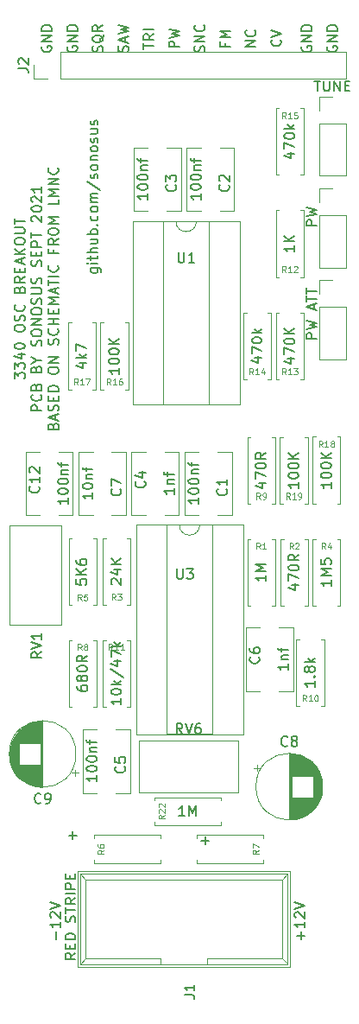
<source format=gbr>
%TF.GenerationSoftware,KiCad,Pcbnew,(5.1.9)-1*%
%TF.CreationDate,2021-09-28T20:21:56+01:00*%
%TF.ProjectId,1222 LMNC VCO ,31323232-204c-44d4-9e43-2056434f202e,rev?*%
%TF.SameCoordinates,Original*%
%TF.FileFunction,Legend,Top*%
%TF.FilePolarity,Positive*%
%FSLAX46Y46*%
G04 Gerber Fmt 4.6, Leading zero omitted, Abs format (unit mm)*
G04 Created by KiCad (PCBNEW (5.1.9)-1) date 2021-09-28 20:21:57*
%MOMM*%
%LPD*%
G01*
G04 APERTURE LIST*
%ADD10C,0.150000*%
%ADD11C,0.120000*%
%ADD12C,0.100000*%
G04 APERTURE END LIST*
D10*
X84285714Y-49800000D02*
X85095238Y-49800000D01*
X85190476Y-49847619D01*
X85238095Y-49895238D01*
X85285714Y-49990476D01*
X85285714Y-50133333D01*
X85238095Y-50228571D01*
X84904761Y-49800000D02*
X84952380Y-49895238D01*
X84952380Y-50085714D01*
X84904761Y-50180952D01*
X84857142Y-50228571D01*
X84761904Y-50276190D01*
X84476190Y-50276190D01*
X84380952Y-50228571D01*
X84333333Y-50180952D01*
X84285714Y-50085714D01*
X84285714Y-49895238D01*
X84333333Y-49800000D01*
X84952380Y-49323809D02*
X84285714Y-49323809D01*
X83952380Y-49323809D02*
X84000000Y-49371428D01*
X84047619Y-49323809D01*
X84000000Y-49276190D01*
X83952380Y-49323809D01*
X84047619Y-49323809D01*
X84285714Y-48990476D02*
X84285714Y-48609523D01*
X83952380Y-48847619D02*
X84809523Y-48847619D01*
X84904761Y-48800000D01*
X84952380Y-48704761D01*
X84952380Y-48609523D01*
X84952380Y-48276190D02*
X83952380Y-48276190D01*
X84952380Y-47847619D02*
X84428571Y-47847619D01*
X84333333Y-47895238D01*
X84285714Y-47990476D01*
X84285714Y-48133333D01*
X84333333Y-48228571D01*
X84380952Y-48276190D01*
X84285714Y-46942857D02*
X84952380Y-46942857D01*
X84285714Y-47371428D02*
X84809523Y-47371428D01*
X84904761Y-47323809D01*
X84952380Y-47228571D01*
X84952380Y-47085714D01*
X84904761Y-46990476D01*
X84857142Y-46942857D01*
X84952380Y-46466666D02*
X83952380Y-46466666D01*
X84333333Y-46466666D02*
X84285714Y-46371428D01*
X84285714Y-46180952D01*
X84333333Y-46085714D01*
X84380952Y-46038095D01*
X84476190Y-45990476D01*
X84761904Y-45990476D01*
X84857142Y-46038095D01*
X84904761Y-46085714D01*
X84952380Y-46180952D01*
X84952380Y-46371428D01*
X84904761Y-46466666D01*
X84857142Y-45561904D02*
X84904761Y-45514285D01*
X84952380Y-45561904D01*
X84904761Y-45609523D01*
X84857142Y-45561904D01*
X84952380Y-45561904D01*
X84904761Y-44657142D02*
X84952380Y-44752380D01*
X84952380Y-44942857D01*
X84904761Y-45038095D01*
X84857142Y-45085714D01*
X84761904Y-45133333D01*
X84476190Y-45133333D01*
X84380952Y-45085714D01*
X84333333Y-45038095D01*
X84285714Y-44942857D01*
X84285714Y-44752380D01*
X84333333Y-44657142D01*
X84952380Y-44085714D02*
X84904761Y-44180952D01*
X84857142Y-44228571D01*
X84761904Y-44276190D01*
X84476190Y-44276190D01*
X84380952Y-44228571D01*
X84333333Y-44180952D01*
X84285714Y-44085714D01*
X84285714Y-43942857D01*
X84333333Y-43847619D01*
X84380952Y-43800000D01*
X84476190Y-43752380D01*
X84761904Y-43752380D01*
X84857142Y-43800000D01*
X84904761Y-43847619D01*
X84952380Y-43942857D01*
X84952380Y-44085714D01*
X84952380Y-43323809D02*
X84285714Y-43323809D01*
X84380952Y-43323809D02*
X84333333Y-43276190D01*
X84285714Y-43180952D01*
X84285714Y-43038095D01*
X84333333Y-42942857D01*
X84428571Y-42895238D01*
X84952380Y-42895238D01*
X84428571Y-42895238D02*
X84333333Y-42847619D01*
X84285714Y-42752380D01*
X84285714Y-42609523D01*
X84333333Y-42514285D01*
X84428571Y-42466666D01*
X84952380Y-42466666D01*
X83904761Y-41276190D02*
X85190476Y-42133333D01*
X84904761Y-40990476D02*
X84952380Y-40895238D01*
X84952380Y-40704761D01*
X84904761Y-40609523D01*
X84809523Y-40561904D01*
X84761904Y-40561904D01*
X84666666Y-40609523D01*
X84619047Y-40704761D01*
X84619047Y-40847619D01*
X84571428Y-40942857D01*
X84476190Y-40990476D01*
X84428571Y-40990476D01*
X84333333Y-40942857D01*
X84285714Y-40847619D01*
X84285714Y-40704761D01*
X84333333Y-40609523D01*
X84952380Y-39990476D02*
X84904761Y-40085714D01*
X84857142Y-40133333D01*
X84761904Y-40180952D01*
X84476190Y-40180952D01*
X84380952Y-40133333D01*
X84333333Y-40085714D01*
X84285714Y-39990476D01*
X84285714Y-39847619D01*
X84333333Y-39752380D01*
X84380952Y-39704761D01*
X84476190Y-39657142D01*
X84761904Y-39657142D01*
X84857142Y-39704761D01*
X84904761Y-39752380D01*
X84952380Y-39847619D01*
X84952380Y-39990476D01*
X84285714Y-39228571D02*
X84952380Y-39228571D01*
X84380952Y-39228571D02*
X84333333Y-39180952D01*
X84285714Y-39085714D01*
X84285714Y-38942857D01*
X84333333Y-38847619D01*
X84428571Y-38800000D01*
X84952380Y-38800000D01*
X84952380Y-38180952D02*
X84904761Y-38276190D01*
X84857142Y-38323809D01*
X84761904Y-38371428D01*
X84476190Y-38371428D01*
X84380952Y-38323809D01*
X84333333Y-38276190D01*
X84285714Y-38180952D01*
X84285714Y-38038095D01*
X84333333Y-37942857D01*
X84380952Y-37895238D01*
X84476190Y-37847619D01*
X84761904Y-37847619D01*
X84857142Y-37895238D01*
X84904761Y-37942857D01*
X84952380Y-38038095D01*
X84952380Y-38180952D01*
X84904761Y-37466666D02*
X84952380Y-37371428D01*
X84952380Y-37180952D01*
X84904761Y-37085714D01*
X84809523Y-37038095D01*
X84761904Y-37038095D01*
X84666666Y-37085714D01*
X84619047Y-37180952D01*
X84619047Y-37323809D01*
X84571428Y-37419047D01*
X84476190Y-37466666D01*
X84428571Y-37466666D01*
X84333333Y-37419047D01*
X84285714Y-37323809D01*
X84285714Y-37180952D01*
X84333333Y-37085714D01*
X84285714Y-36180952D02*
X84952380Y-36180952D01*
X84285714Y-36609523D02*
X84809523Y-36609523D01*
X84904761Y-36561904D01*
X84952380Y-36466666D01*
X84952380Y-36323809D01*
X84904761Y-36228571D01*
X84857142Y-36180952D01*
X84904761Y-35752380D02*
X84952380Y-35657142D01*
X84952380Y-35466666D01*
X84904761Y-35371428D01*
X84809523Y-35323809D01*
X84761904Y-35323809D01*
X84666666Y-35371428D01*
X84619047Y-35466666D01*
X84619047Y-35609523D01*
X84571428Y-35704761D01*
X84476190Y-35752380D01*
X84428571Y-35752380D01*
X84333333Y-35704761D01*
X84285714Y-35609523D01*
X84285714Y-35466666D01*
X84333333Y-35371428D01*
X76802380Y-60633333D02*
X76802380Y-60014285D01*
X77183333Y-60347619D01*
X77183333Y-60204761D01*
X77230952Y-60109523D01*
X77278571Y-60061904D01*
X77373809Y-60014285D01*
X77611904Y-60014285D01*
X77707142Y-60061904D01*
X77754761Y-60109523D01*
X77802380Y-60204761D01*
X77802380Y-60490476D01*
X77754761Y-60585714D01*
X77707142Y-60633333D01*
X76802380Y-59680952D02*
X76802380Y-59061904D01*
X77183333Y-59395238D01*
X77183333Y-59252380D01*
X77230952Y-59157142D01*
X77278571Y-59109523D01*
X77373809Y-59061904D01*
X77611904Y-59061904D01*
X77707142Y-59109523D01*
X77754761Y-59157142D01*
X77802380Y-59252380D01*
X77802380Y-59538095D01*
X77754761Y-59633333D01*
X77707142Y-59680952D01*
X77135714Y-58204761D02*
X77802380Y-58204761D01*
X76754761Y-58442857D02*
X77469047Y-58680952D01*
X77469047Y-58061904D01*
X76802380Y-57490476D02*
X76802380Y-57395238D01*
X76850000Y-57300000D01*
X76897619Y-57252380D01*
X76992857Y-57204761D01*
X77183333Y-57157142D01*
X77421428Y-57157142D01*
X77611904Y-57204761D01*
X77707142Y-57252380D01*
X77754761Y-57300000D01*
X77802380Y-57395238D01*
X77802380Y-57490476D01*
X77754761Y-57585714D01*
X77707142Y-57633333D01*
X77611904Y-57680952D01*
X77421428Y-57728571D01*
X77183333Y-57728571D01*
X76992857Y-57680952D01*
X76897619Y-57633333D01*
X76850000Y-57585714D01*
X76802380Y-57490476D01*
X76802380Y-55776190D02*
X76802380Y-55585714D01*
X76850000Y-55490476D01*
X76945238Y-55395238D01*
X77135714Y-55347619D01*
X77469047Y-55347619D01*
X77659523Y-55395238D01*
X77754761Y-55490476D01*
X77802380Y-55585714D01*
X77802380Y-55776190D01*
X77754761Y-55871428D01*
X77659523Y-55966666D01*
X77469047Y-56014285D01*
X77135714Y-56014285D01*
X76945238Y-55966666D01*
X76850000Y-55871428D01*
X76802380Y-55776190D01*
X77754761Y-54966666D02*
X77802380Y-54823809D01*
X77802380Y-54585714D01*
X77754761Y-54490476D01*
X77707142Y-54442857D01*
X77611904Y-54395238D01*
X77516666Y-54395238D01*
X77421428Y-54442857D01*
X77373809Y-54490476D01*
X77326190Y-54585714D01*
X77278571Y-54776190D01*
X77230952Y-54871428D01*
X77183333Y-54919047D01*
X77088095Y-54966666D01*
X76992857Y-54966666D01*
X76897619Y-54919047D01*
X76850000Y-54871428D01*
X76802380Y-54776190D01*
X76802380Y-54538095D01*
X76850000Y-54395238D01*
X77707142Y-53395238D02*
X77754761Y-53442857D01*
X77802380Y-53585714D01*
X77802380Y-53680952D01*
X77754761Y-53823809D01*
X77659523Y-53919047D01*
X77564285Y-53966666D01*
X77373809Y-54014285D01*
X77230952Y-54014285D01*
X77040476Y-53966666D01*
X76945238Y-53919047D01*
X76850000Y-53823809D01*
X76802380Y-53680952D01*
X76802380Y-53585714D01*
X76850000Y-53442857D01*
X76897619Y-53395238D01*
X77278571Y-51871428D02*
X77326190Y-51728571D01*
X77373809Y-51680952D01*
X77469047Y-51633333D01*
X77611904Y-51633333D01*
X77707142Y-51680952D01*
X77754761Y-51728571D01*
X77802380Y-51823809D01*
X77802380Y-52204761D01*
X76802380Y-52204761D01*
X76802380Y-51871428D01*
X76850000Y-51776190D01*
X76897619Y-51728571D01*
X76992857Y-51680952D01*
X77088095Y-51680952D01*
X77183333Y-51728571D01*
X77230952Y-51776190D01*
X77278571Y-51871428D01*
X77278571Y-52204761D01*
X77802380Y-50633333D02*
X77326190Y-50966666D01*
X77802380Y-51204761D02*
X76802380Y-51204761D01*
X76802380Y-50823809D01*
X76850000Y-50728571D01*
X76897619Y-50680952D01*
X76992857Y-50633333D01*
X77135714Y-50633333D01*
X77230952Y-50680952D01*
X77278571Y-50728571D01*
X77326190Y-50823809D01*
X77326190Y-51204761D01*
X77278571Y-50204761D02*
X77278571Y-49871428D01*
X77802380Y-49728571D02*
X77802380Y-50204761D01*
X76802380Y-50204761D01*
X76802380Y-49728571D01*
X77516666Y-49347619D02*
X77516666Y-48871428D01*
X77802380Y-49442857D02*
X76802380Y-49109523D01*
X77802380Y-48776190D01*
X77802380Y-48442857D02*
X76802380Y-48442857D01*
X77802380Y-47871428D02*
X77230952Y-48300000D01*
X76802380Y-47871428D02*
X77373809Y-48442857D01*
X76802380Y-47252380D02*
X76802380Y-47061904D01*
X76850000Y-46966666D01*
X76945238Y-46871428D01*
X77135714Y-46823809D01*
X77469047Y-46823809D01*
X77659523Y-46871428D01*
X77754761Y-46966666D01*
X77802380Y-47061904D01*
X77802380Y-47252380D01*
X77754761Y-47347619D01*
X77659523Y-47442857D01*
X77469047Y-47490476D01*
X77135714Y-47490476D01*
X76945238Y-47442857D01*
X76850000Y-47347619D01*
X76802380Y-47252380D01*
X76802380Y-46395238D02*
X77611904Y-46395238D01*
X77707142Y-46347619D01*
X77754761Y-46300000D01*
X77802380Y-46204761D01*
X77802380Y-46014285D01*
X77754761Y-45919047D01*
X77707142Y-45871428D01*
X77611904Y-45823809D01*
X76802380Y-45823809D01*
X76802380Y-45490476D02*
X76802380Y-44919047D01*
X77802380Y-45204761D02*
X76802380Y-45204761D01*
X79452380Y-63752380D02*
X78452380Y-63752380D01*
X78452380Y-63371428D01*
X78500000Y-63276190D01*
X78547619Y-63228571D01*
X78642857Y-63180952D01*
X78785714Y-63180952D01*
X78880952Y-63228571D01*
X78928571Y-63276190D01*
X78976190Y-63371428D01*
X78976190Y-63752380D01*
X79357142Y-62180952D02*
X79404761Y-62228571D01*
X79452380Y-62371428D01*
X79452380Y-62466666D01*
X79404761Y-62609523D01*
X79309523Y-62704761D01*
X79214285Y-62752380D01*
X79023809Y-62800000D01*
X78880952Y-62800000D01*
X78690476Y-62752380D01*
X78595238Y-62704761D01*
X78500000Y-62609523D01*
X78452380Y-62466666D01*
X78452380Y-62371428D01*
X78500000Y-62228571D01*
X78547619Y-62180952D01*
X78928571Y-61419047D02*
X78976190Y-61276190D01*
X79023809Y-61228571D01*
X79119047Y-61180952D01*
X79261904Y-61180952D01*
X79357142Y-61228571D01*
X79404761Y-61276190D01*
X79452380Y-61371428D01*
X79452380Y-61752380D01*
X78452380Y-61752380D01*
X78452380Y-61419047D01*
X78500000Y-61323809D01*
X78547619Y-61276190D01*
X78642857Y-61228571D01*
X78738095Y-61228571D01*
X78833333Y-61276190D01*
X78880952Y-61323809D01*
X78928571Y-61419047D01*
X78928571Y-61752380D01*
X78928571Y-59657142D02*
X78976190Y-59514285D01*
X79023809Y-59466666D01*
X79119047Y-59419047D01*
X79261904Y-59419047D01*
X79357142Y-59466666D01*
X79404761Y-59514285D01*
X79452380Y-59609523D01*
X79452380Y-59990476D01*
X78452380Y-59990476D01*
X78452380Y-59657142D01*
X78500000Y-59561904D01*
X78547619Y-59514285D01*
X78642857Y-59466666D01*
X78738095Y-59466666D01*
X78833333Y-59514285D01*
X78880952Y-59561904D01*
X78928571Y-59657142D01*
X78928571Y-59990476D01*
X78976190Y-58800000D02*
X79452380Y-58800000D01*
X78452380Y-59133333D02*
X78976190Y-58800000D01*
X78452380Y-58466666D01*
X79404761Y-57419047D02*
X79452380Y-57276190D01*
X79452380Y-57038095D01*
X79404761Y-56942857D01*
X79357142Y-56895238D01*
X79261904Y-56847619D01*
X79166666Y-56847619D01*
X79071428Y-56895238D01*
X79023809Y-56942857D01*
X78976190Y-57038095D01*
X78928571Y-57228571D01*
X78880952Y-57323809D01*
X78833333Y-57371428D01*
X78738095Y-57419047D01*
X78642857Y-57419047D01*
X78547619Y-57371428D01*
X78500000Y-57323809D01*
X78452380Y-57228571D01*
X78452380Y-56990476D01*
X78500000Y-56847619D01*
X78452380Y-56228571D02*
X78452380Y-56038095D01*
X78500000Y-55942857D01*
X78595238Y-55847619D01*
X78785714Y-55800000D01*
X79119047Y-55800000D01*
X79309523Y-55847619D01*
X79404761Y-55942857D01*
X79452380Y-56038095D01*
X79452380Y-56228571D01*
X79404761Y-56323809D01*
X79309523Y-56419047D01*
X79119047Y-56466666D01*
X78785714Y-56466666D01*
X78595238Y-56419047D01*
X78500000Y-56323809D01*
X78452380Y-56228571D01*
X79452380Y-55371428D02*
X78452380Y-55371428D01*
X79452380Y-54800000D01*
X78452380Y-54800000D01*
X78452380Y-54133333D02*
X78452380Y-53942857D01*
X78500000Y-53847619D01*
X78595238Y-53752380D01*
X78785714Y-53704761D01*
X79119047Y-53704761D01*
X79309523Y-53752380D01*
X79404761Y-53847619D01*
X79452380Y-53942857D01*
X79452380Y-54133333D01*
X79404761Y-54228571D01*
X79309523Y-54323809D01*
X79119047Y-54371428D01*
X78785714Y-54371428D01*
X78595238Y-54323809D01*
X78500000Y-54228571D01*
X78452380Y-54133333D01*
X79404761Y-53323809D02*
X79452380Y-53180952D01*
X79452380Y-52942857D01*
X79404761Y-52847619D01*
X79357142Y-52800000D01*
X79261904Y-52752380D01*
X79166666Y-52752380D01*
X79071428Y-52800000D01*
X79023809Y-52847619D01*
X78976190Y-52942857D01*
X78928571Y-53133333D01*
X78880952Y-53228571D01*
X78833333Y-53276190D01*
X78738095Y-53323809D01*
X78642857Y-53323809D01*
X78547619Y-53276190D01*
X78500000Y-53228571D01*
X78452380Y-53133333D01*
X78452380Y-52895238D01*
X78500000Y-52752380D01*
X78452380Y-52323809D02*
X79261904Y-52323809D01*
X79357142Y-52276190D01*
X79404761Y-52228571D01*
X79452380Y-52133333D01*
X79452380Y-51942857D01*
X79404761Y-51847619D01*
X79357142Y-51800000D01*
X79261904Y-51752380D01*
X78452380Y-51752380D01*
X79404761Y-51323809D02*
X79452380Y-51180952D01*
X79452380Y-50942857D01*
X79404761Y-50847619D01*
X79357142Y-50800000D01*
X79261904Y-50752380D01*
X79166666Y-50752380D01*
X79071428Y-50800000D01*
X79023809Y-50847619D01*
X78976190Y-50942857D01*
X78928571Y-51133333D01*
X78880952Y-51228571D01*
X78833333Y-51276190D01*
X78738095Y-51323809D01*
X78642857Y-51323809D01*
X78547619Y-51276190D01*
X78500000Y-51228571D01*
X78452380Y-51133333D01*
X78452380Y-50895238D01*
X78500000Y-50752380D01*
X79404761Y-49609523D02*
X79452380Y-49466666D01*
X79452380Y-49228571D01*
X79404761Y-49133333D01*
X79357142Y-49085714D01*
X79261904Y-49038095D01*
X79166666Y-49038095D01*
X79071428Y-49085714D01*
X79023809Y-49133333D01*
X78976190Y-49228571D01*
X78928571Y-49419047D01*
X78880952Y-49514285D01*
X78833333Y-49561904D01*
X78738095Y-49609523D01*
X78642857Y-49609523D01*
X78547619Y-49561904D01*
X78500000Y-49514285D01*
X78452380Y-49419047D01*
X78452380Y-49180952D01*
X78500000Y-49038095D01*
X78928571Y-48609523D02*
X78928571Y-48276190D01*
X79452380Y-48133333D02*
X79452380Y-48609523D01*
X78452380Y-48609523D01*
X78452380Y-48133333D01*
X79452380Y-47704761D02*
X78452380Y-47704761D01*
X78452380Y-47323809D01*
X78500000Y-47228571D01*
X78547619Y-47180952D01*
X78642857Y-47133333D01*
X78785714Y-47133333D01*
X78880952Y-47180952D01*
X78928571Y-47228571D01*
X78976190Y-47323809D01*
X78976190Y-47704761D01*
X78452380Y-46847619D02*
X78452380Y-46276190D01*
X79452380Y-46561904D02*
X78452380Y-46561904D01*
X78547619Y-45228571D02*
X78500000Y-45180952D01*
X78452380Y-45085714D01*
X78452380Y-44847619D01*
X78500000Y-44752380D01*
X78547619Y-44704761D01*
X78642857Y-44657142D01*
X78738095Y-44657142D01*
X78880952Y-44704761D01*
X79452380Y-45276190D01*
X79452380Y-44657142D01*
X78452380Y-44038095D02*
X78452380Y-43942857D01*
X78500000Y-43847619D01*
X78547619Y-43800000D01*
X78642857Y-43752380D01*
X78833333Y-43704761D01*
X79071428Y-43704761D01*
X79261904Y-43752380D01*
X79357142Y-43800000D01*
X79404761Y-43847619D01*
X79452380Y-43942857D01*
X79452380Y-44038095D01*
X79404761Y-44133333D01*
X79357142Y-44180952D01*
X79261904Y-44228571D01*
X79071428Y-44276190D01*
X78833333Y-44276190D01*
X78642857Y-44228571D01*
X78547619Y-44180952D01*
X78500000Y-44133333D01*
X78452380Y-44038095D01*
X78547619Y-43323809D02*
X78500000Y-43276190D01*
X78452380Y-43180952D01*
X78452380Y-42942857D01*
X78500000Y-42847619D01*
X78547619Y-42800000D01*
X78642857Y-42752380D01*
X78738095Y-42752380D01*
X78880952Y-42800000D01*
X79452380Y-43371428D01*
X79452380Y-42752380D01*
X79452380Y-41800000D02*
X79452380Y-42371428D01*
X79452380Y-42085714D02*
X78452380Y-42085714D01*
X78595238Y-42180952D01*
X78690476Y-42276190D01*
X78738095Y-42371428D01*
X80578571Y-65252380D02*
X80626190Y-65109523D01*
X80673809Y-65061904D01*
X80769047Y-65014285D01*
X80911904Y-65014285D01*
X81007142Y-65061904D01*
X81054761Y-65109523D01*
X81102380Y-65204761D01*
X81102380Y-65585714D01*
X80102380Y-65585714D01*
X80102380Y-65252380D01*
X80150000Y-65157142D01*
X80197619Y-65109523D01*
X80292857Y-65061904D01*
X80388095Y-65061904D01*
X80483333Y-65109523D01*
X80530952Y-65157142D01*
X80578571Y-65252380D01*
X80578571Y-65585714D01*
X80816666Y-64633333D02*
X80816666Y-64157142D01*
X81102380Y-64728571D02*
X80102380Y-64395238D01*
X81102380Y-64061904D01*
X81054761Y-63776190D02*
X81102380Y-63633333D01*
X81102380Y-63395238D01*
X81054761Y-63300000D01*
X81007142Y-63252380D01*
X80911904Y-63204761D01*
X80816666Y-63204761D01*
X80721428Y-63252380D01*
X80673809Y-63300000D01*
X80626190Y-63395238D01*
X80578571Y-63585714D01*
X80530952Y-63680952D01*
X80483333Y-63728571D01*
X80388095Y-63776190D01*
X80292857Y-63776190D01*
X80197619Y-63728571D01*
X80150000Y-63680952D01*
X80102380Y-63585714D01*
X80102380Y-63347619D01*
X80150000Y-63204761D01*
X80578571Y-62776190D02*
X80578571Y-62442857D01*
X81102380Y-62300000D02*
X81102380Y-62776190D01*
X80102380Y-62776190D01*
X80102380Y-62300000D01*
X81102380Y-61871428D02*
X80102380Y-61871428D01*
X80102380Y-61633333D01*
X80150000Y-61490476D01*
X80245238Y-61395238D01*
X80340476Y-61347619D01*
X80530952Y-61300000D01*
X80673809Y-61300000D01*
X80864285Y-61347619D01*
X80959523Y-61395238D01*
X81054761Y-61490476D01*
X81102380Y-61633333D01*
X81102380Y-61871428D01*
X80102380Y-59919047D02*
X80102380Y-59728571D01*
X80150000Y-59633333D01*
X80245238Y-59538095D01*
X80435714Y-59490476D01*
X80769047Y-59490476D01*
X80959523Y-59538095D01*
X81054761Y-59633333D01*
X81102380Y-59728571D01*
X81102380Y-59919047D01*
X81054761Y-60014285D01*
X80959523Y-60109523D01*
X80769047Y-60157142D01*
X80435714Y-60157142D01*
X80245238Y-60109523D01*
X80150000Y-60014285D01*
X80102380Y-59919047D01*
X81102380Y-59061904D02*
X80102380Y-59061904D01*
X81102380Y-58490476D01*
X80102380Y-58490476D01*
X81054761Y-57300000D02*
X81102380Y-57157142D01*
X81102380Y-56919047D01*
X81054761Y-56823809D01*
X81007142Y-56776190D01*
X80911904Y-56728571D01*
X80816666Y-56728571D01*
X80721428Y-56776190D01*
X80673809Y-56823809D01*
X80626190Y-56919047D01*
X80578571Y-57109523D01*
X80530952Y-57204761D01*
X80483333Y-57252380D01*
X80388095Y-57300000D01*
X80292857Y-57300000D01*
X80197619Y-57252380D01*
X80150000Y-57204761D01*
X80102380Y-57109523D01*
X80102380Y-56871428D01*
X80150000Y-56728571D01*
X81007142Y-55728571D02*
X81054761Y-55776190D01*
X81102380Y-55919047D01*
X81102380Y-56014285D01*
X81054761Y-56157142D01*
X80959523Y-56252380D01*
X80864285Y-56300000D01*
X80673809Y-56347619D01*
X80530952Y-56347619D01*
X80340476Y-56300000D01*
X80245238Y-56252380D01*
X80150000Y-56157142D01*
X80102380Y-56014285D01*
X80102380Y-55919047D01*
X80150000Y-55776190D01*
X80197619Y-55728571D01*
X81102380Y-55300000D02*
X80102380Y-55300000D01*
X80578571Y-55300000D02*
X80578571Y-54728571D01*
X81102380Y-54728571D02*
X80102380Y-54728571D01*
X80578571Y-54252380D02*
X80578571Y-53919047D01*
X81102380Y-53776190D02*
X81102380Y-54252380D01*
X80102380Y-54252380D01*
X80102380Y-53776190D01*
X81102380Y-53347619D02*
X80102380Y-53347619D01*
X80816666Y-53014285D01*
X80102380Y-52680952D01*
X81102380Y-52680952D01*
X80816666Y-52252380D02*
X80816666Y-51776190D01*
X81102380Y-52347619D02*
X80102380Y-52014285D01*
X81102380Y-51680952D01*
X80102380Y-51490476D02*
X80102380Y-50919047D01*
X81102380Y-51204761D02*
X80102380Y-51204761D01*
X81102380Y-50585714D02*
X80102380Y-50585714D01*
X81007142Y-49538095D02*
X81054761Y-49585714D01*
X81102380Y-49728571D01*
X81102380Y-49823809D01*
X81054761Y-49966666D01*
X80959523Y-50061904D01*
X80864285Y-50109523D01*
X80673809Y-50157142D01*
X80530952Y-50157142D01*
X80340476Y-50109523D01*
X80245238Y-50061904D01*
X80150000Y-49966666D01*
X80102380Y-49823809D01*
X80102380Y-49728571D01*
X80150000Y-49585714D01*
X80197619Y-49538095D01*
X80578571Y-48014285D02*
X80578571Y-48347619D01*
X81102380Y-48347619D02*
X80102380Y-48347619D01*
X80102380Y-47871428D01*
X81102380Y-46919047D02*
X80626190Y-47252380D01*
X81102380Y-47490476D02*
X80102380Y-47490476D01*
X80102380Y-47109523D01*
X80150000Y-47014285D01*
X80197619Y-46966666D01*
X80292857Y-46919047D01*
X80435714Y-46919047D01*
X80530952Y-46966666D01*
X80578571Y-47014285D01*
X80626190Y-47109523D01*
X80626190Y-47490476D01*
X80102380Y-46300000D02*
X80102380Y-46109523D01*
X80150000Y-46014285D01*
X80245238Y-45919047D01*
X80435714Y-45871428D01*
X80769047Y-45871428D01*
X80959523Y-45919047D01*
X81054761Y-46014285D01*
X81102380Y-46109523D01*
X81102380Y-46300000D01*
X81054761Y-46395238D01*
X80959523Y-46490476D01*
X80769047Y-46538095D01*
X80435714Y-46538095D01*
X80245238Y-46490476D01*
X80150000Y-46395238D01*
X80102380Y-46300000D01*
X81102380Y-45442857D02*
X80102380Y-45442857D01*
X80816666Y-45109523D01*
X80102380Y-44776190D01*
X81102380Y-44776190D01*
X81102380Y-43061904D02*
X81102380Y-43538095D01*
X80102380Y-43538095D01*
X81102380Y-42728571D02*
X80102380Y-42728571D01*
X80816666Y-42395238D01*
X80102380Y-42061904D01*
X81102380Y-42061904D01*
X81102380Y-41585714D02*
X80102380Y-41585714D01*
X81102380Y-41014285D01*
X80102380Y-41014285D01*
X81007142Y-39966666D02*
X81054761Y-40014285D01*
X81102380Y-40157142D01*
X81102380Y-40252380D01*
X81054761Y-40395238D01*
X80959523Y-40490476D01*
X80864285Y-40538095D01*
X80673809Y-40585714D01*
X80530952Y-40585714D01*
X80340476Y-40538095D01*
X80245238Y-40490476D01*
X80150000Y-40395238D01*
X80102380Y-40252380D01*
X80102380Y-40157142D01*
X80150000Y-40014285D01*
X80197619Y-39966666D01*
X100452380Y-28085714D02*
X99452380Y-28085714D01*
X100452380Y-27514285D01*
X99452380Y-27514285D01*
X100357142Y-26466666D02*
X100404761Y-26514285D01*
X100452380Y-26657142D01*
X100452380Y-26752380D01*
X100404761Y-26895238D01*
X100309523Y-26990476D01*
X100214285Y-27038095D01*
X100023809Y-27085714D01*
X99880952Y-27085714D01*
X99690476Y-27038095D01*
X99595238Y-26990476D01*
X99500000Y-26895238D01*
X99452380Y-26752380D01*
X99452380Y-26657142D01*
X99500000Y-26514285D01*
X99547619Y-26466666D01*
X102857142Y-27419047D02*
X102904761Y-27466666D01*
X102952380Y-27609523D01*
X102952380Y-27704761D01*
X102904761Y-27847619D01*
X102809523Y-27942857D01*
X102714285Y-27990476D01*
X102523809Y-28038095D01*
X102380952Y-28038095D01*
X102190476Y-27990476D01*
X102095238Y-27942857D01*
X102000000Y-27847619D01*
X101952380Y-27704761D01*
X101952380Y-27609523D01*
X102000000Y-27466666D01*
X102047619Y-27419047D01*
X101952380Y-27133333D02*
X102952380Y-26800000D01*
X101952380Y-26466666D01*
X97428571Y-27728571D02*
X97428571Y-28061904D01*
X97952380Y-28061904D02*
X96952380Y-28061904D01*
X96952380Y-27585714D01*
X97952380Y-27204761D02*
X96952380Y-27204761D01*
X97666666Y-26871428D01*
X96952380Y-26538095D01*
X97952380Y-26538095D01*
X95404761Y-28609523D02*
X95452380Y-28466666D01*
X95452380Y-28228571D01*
X95404761Y-28133333D01*
X95357142Y-28085714D01*
X95261904Y-28038095D01*
X95166666Y-28038095D01*
X95071428Y-28085714D01*
X95023809Y-28133333D01*
X94976190Y-28228571D01*
X94928571Y-28419047D01*
X94880952Y-28514285D01*
X94833333Y-28561904D01*
X94738095Y-28609523D01*
X94642857Y-28609523D01*
X94547619Y-28561904D01*
X94500000Y-28514285D01*
X94452380Y-28419047D01*
X94452380Y-28180952D01*
X94500000Y-28038095D01*
X95452380Y-27609523D02*
X94452380Y-27609523D01*
X95452380Y-27038095D01*
X94452380Y-27038095D01*
X95357142Y-25990476D02*
X95404761Y-26038095D01*
X95452380Y-26180952D01*
X95452380Y-26276190D01*
X95404761Y-26419047D01*
X95309523Y-26514285D01*
X95214285Y-26561904D01*
X95023809Y-26609523D01*
X94880952Y-26609523D01*
X94690476Y-26561904D01*
X94595238Y-26514285D01*
X94500000Y-26419047D01*
X94452380Y-26276190D01*
X94452380Y-26180952D01*
X94500000Y-26038095D01*
X94547619Y-25990476D01*
X92952380Y-28133333D02*
X91952380Y-28133333D01*
X91952380Y-27752380D01*
X92000000Y-27657142D01*
X92047619Y-27609523D01*
X92142857Y-27561904D01*
X92285714Y-27561904D01*
X92380952Y-27609523D01*
X92428571Y-27657142D01*
X92476190Y-27752380D01*
X92476190Y-28133333D01*
X91952380Y-27228571D02*
X92952380Y-26990476D01*
X92238095Y-26800000D01*
X92952380Y-26609523D01*
X91952380Y-26371428D01*
X89452380Y-28323809D02*
X89452380Y-27752380D01*
X90452380Y-28038095D02*
X89452380Y-28038095D01*
X90452380Y-26847619D02*
X89976190Y-27180952D01*
X90452380Y-27419047D02*
X89452380Y-27419047D01*
X89452380Y-27038095D01*
X89500000Y-26942857D01*
X89547619Y-26895238D01*
X89642857Y-26847619D01*
X89785714Y-26847619D01*
X89880952Y-26895238D01*
X89928571Y-26942857D01*
X89976190Y-27038095D01*
X89976190Y-27419047D01*
X90452380Y-26419047D02*
X89452380Y-26419047D01*
X87904761Y-28585714D02*
X87952380Y-28442857D01*
X87952380Y-28204761D01*
X87904761Y-28109523D01*
X87857142Y-28061904D01*
X87761904Y-28014285D01*
X87666666Y-28014285D01*
X87571428Y-28061904D01*
X87523809Y-28109523D01*
X87476190Y-28204761D01*
X87428571Y-28395238D01*
X87380952Y-28490476D01*
X87333333Y-28538095D01*
X87238095Y-28585714D01*
X87142857Y-28585714D01*
X87047619Y-28538095D01*
X87000000Y-28490476D01*
X86952380Y-28395238D01*
X86952380Y-28157142D01*
X87000000Y-28014285D01*
X87666666Y-27633333D02*
X87666666Y-27157142D01*
X87952380Y-27728571D02*
X86952380Y-27395238D01*
X87952380Y-27061904D01*
X86952380Y-26823809D02*
X87952380Y-26585714D01*
X87238095Y-26395238D01*
X87952380Y-26204761D01*
X86952380Y-25966666D01*
X85404761Y-28609523D02*
X85452380Y-28466666D01*
X85452380Y-28228571D01*
X85404761Y-28133333D01*
X85357142Y-28085714D01*
X85261904Y-28038095D01*
X85166666Y-28038095D01*
X85071428Y-28085714D01*
X85023809Y-28133333D01*
X84976190Y-28228571D01*
X84928571Y-28419047D01*
X84880952Y-28514285D01*
X84833333Y-28561904D01*
X84738095Y-28609523D01*
X84642857Y-28609523D01*
X84547619Y-28561904D01*
X84500000Y-28514285D01*
X84452380Y-28419047D01*
X84452380Y-28180952D01*
X84500000Y-28038095D01*
X85547619Y-26942857D02*
X85500000Y-27038095D01*
X85404761Y-27133333D01*
X85261904Y-27276190D01*
X85214285Y-27371428D01*
X85214285Y-27466666D01*
X85452380Y-27419047D02*
X85404761Y-27514285D01*
X85309523Y-27609523D01*
X85119047Y-27657142D01*
X84785714Y-27657142D01*
X84595238Y-27609523D01*
X84500000Y-27514285D01*
X84452380Y-27419047D01*
X84452380Y-27228571D01*
X84500000Y-27133333D01*
X84595238Y-27038095D01*
X84785714Y-26990476D01*
X85119047Y-26990476D01*
X85309523Y-27038095D01*
X85404761Y-27133333D01*
X85452380Y-27228571D01*
X85452380Y-27419047D01*
X85452380Y-25990476D02*
X84976190Y-26323809D01*
X85452380Y-26561904D02*
X84452380Y-26561904D01*
X84452380Y-26180952D01*
X84500000Y-26085714D01*
X84547619Y-26038095D01*
X84642857Y-25990476D01*
X84785714Y-25990476D01*
X84880952Y-26038095D01*
X84928571Y-26085714D01*
X84976190Y-26180952D01*
X84976190Y-26561904D01*
X105000000Y-28061904D02*
X104952380Y-28157142D01*
X104952380Y-28300000D01*
X105000000Y-28442857D01*
X105095238Y-28538095D01*
X105190476Y-28585714D01*
X105380952Y-28633333D01*
X105523809Y-28633333D01*
X105714285Y-28585714D01*
X105809523Y-28538095D01*
X105904761Y-28442857D01*
X105952380Y-28300000D01*
X105952380Y-28204761D01*
X105904761Y-28061904D01*
X105857142Y-28014285D01*
X105523809Y-28014285D01*
X105523809Y-28204761D01*
X105952380Y-27585714D02*
X104952380Y-27585714D01*
X105952380Y-27014285D01*
X104952380Y-27014285D01*
X105952380Y-26538095D02*
X104952380Y-26538095D01*
X104952380Y-26300000D01*
X105000000Y-26157142D01*
X105095238Y-26061904D01*
X105190476Y-26014285D01*
X105380952Y-25966666D01*
X105523809Y-25966666D01*
X105714285Y-26014285D01*
X105809523Y-26061904D01*
X105904761Y-26157142D01*
X105952380Y-26300000D01*
X105952380Y-26538095D01*
X107500000Y-28061904D02*
X107452380Y-28157142D01*
X107452380Y-28300000D01*
X107500000Y-28442857D01*
X107595238Y-28538095D01*
X107690476Y-28585714D01*
X107880952Y-28633333D01*
X108023809Y-28633333D01*
X108214285Y-28585714D01*
X108309523Y-28538095D01*
X108404761Y-28442857D01*
X108452380Y-28300000D01*
X108452380Y-28204761D01*
X108404761Y-28061904D01*
X108357142Y-28014285D01*
X108023809Y-28014285D01*
X108023809Y-28204761D01*
X108452380Y-27585714D02*
X107452380Y-27585714D01*
X108452380Y-27014285D01*
X107452380Y-27014285D01*
X108452380Y-26538095D02*
X107452380Y-26538095D01*
X107452380Y-26300000D01*
X107500000Y-26157142D01*
X107595238Y-26061904D01*
X107690476Y-26014285D01*
X107880952Y-25966666D01*
X108023809Y-25966666D01*
X108214285Y-26014285D01*
X108309523Y-26061904D01*
X108404761Y-26157142D01*
X108452380Y-26300000D01*
X108452380Y-26538095D01*
X82000000Y-28061904D02*
X81952380Y-28157142D01*
X81952380Y-28300000D01*
X82000000Y-28442857D01*
X82095238Y-28538095D01*
X82190476Y-28585714D01*
X82380952Y-28633333D01*
X82523809Y-28633333D01*
X82714285Y-28585714D01*
X82809523Y-28538095D01*
X82904761Y-28442857D01*
X82952380Y-28300000D01*
X82952380Y-28204761D01*
X82904761Y-28061904D01*
X82857142Y-28014285D01*
X82523809Y-28014285D01*
X82523809Y-28204761D01*
X82952380Y-27585714D02*
X81952380Y-27585714D01*
X82952380Y-27014285D01*
X81952380Y-27014285D01*
X82952380Y-26538095D02*
X81952380Y-26538095D01*
X81952380Y-26300000D01*
X82000000Y-26157142D01*
X82095238Y-26061904D01*
X82190476Y-26014285D01*
X82380952Y-25966666D01*
X82523809Y-25966666D01*
X82714285Y-26014285D01*
X82809523Y-26061904D01*
X82904761Y-26157142D01*
X82952380Y-26300000D01*
X82952380Y-26538095D01*
X79500000Y-28061904D02*
X79452380Y-28157142D01*
X79452380Y-28300000D01*
X79500000Y-28442857D01*
X79595238Y-28538095D01*
X79690476Y-28585714D01*
X79880952Y-28633333D01*
X80023809Y-28633333D01*
X80214285Y-28585714D01*
X80309523Y-28538095D01*
X80404761Y-28442857D01*
X80452380Y-28300000D01*
X80452380Y-28204761D01*
X80404761Y-28061904D01*
X80357142Y-28014285D01*
X80023809Y-28014285D01*
X80023809Y-28204761D01*
X80452380Y-27585714D02*
X79452380Y-27585714D01*
X80452380Y-27014285D01*
X79452380Y-27014285D01*
X80452380Y-26538095D02*
X79452380Y-26538095D01*
X79452380Y-26300000D01*
X79500000Y-26157142D01*
X79595238Y-26061904D01*
X79690476Y-26014285D01*
X79880952Y-25966666D01*
X80023809Y-25966666D01*
X80214285Y-26014285D01*
X80309523Y-26061904D01*
X80404761Y-26157142D01*
X80452380Y-26300000D01*
X80452380Y-26538095D01*
D11*
%TO.C,U3*%
X99215000Y-74895000D02*
X88715000Y-74895000D01*
X99215000Y-95455000D02*
X99215000Y-74895000D01*
X88715000Y-95455000D02*
X99215000Y-95455000D01*
X88715000Y-74895000D02*
X88715000Y-95455000D01*
X96215000Y-74955000D02*
X94965000Y-74955000D01*
X96215000Y-95395000D02*
X96215000Y-74955000D01*
X91715000Y-95395000D02*
X96215000Y-95395000D01*
X91715000Y-74955000D02*
X91715000Y-95395000D01*
X92965000Y-74955000D02*
X91715000Y-74955000D01*
X94965000Y-74955000D02*
G75*
G02*
X92965000Y-74955000I-1000000J0D01*
G01*
%TO.C,U1*%
X92635000Y-45220000D02*
X91385000Y-45220000D01*
X91385000Y-45220000D02*
X91385000Y-63120000D01*
X91385000Y-63120000D02*
X95885000Y-63120000D01*
X95885000Y-63120000D02*
X95885000Y-45220000D01*
X95885000Y-45220000D02*
X94635000Y-45220000D01*
X88385000Y-45160000D02*
X88385000Y-63180000D01*
X88385000Y-63180000D02*
X98885000Y-63180000D01*
X98885000Y-63180000D02*
X98885000Y-45160000D01*
X98885000Y-45160000D02*
X88385000Y-45160000D01*
X94635000Y-45220000D02*
G75*
G02*
X92635000Y-45220000I-1000000J0D01*
G01*
%TO.C,RV6*%
X98745000Y-96070000D02*
X98745000Y-101140000D01*
X88975000Y-96070000D02*
X88975000Y-101140000D01*
X88975000Y-101140000D02*
X98745000Y-101140000D01*
X88975000Y-96070000D02*
X98745000Y-96070000D01*
%TO.C,TUNE*%
X106670000Y-32990000D02*
X108000000Y-32990000D01*
X106670000Y-34320000D02*
X106670000Y-32990000D01*
X106670000Y-35590000D02*
X109330000Y-35590000D01*
X109330000Y-35590000D02*
X109330000Y-40730000D01*
X106670000Y-35590000D02*
X106670000Y-40730000D01*
X106670000Y-40730000D02*
X109330000Y-40730000D01*
%TO.C,PW*%
X106670000Y-41990000D02*
X108000000Y-41990000D01*
X106670000Y-43320000D02*
X106670000Y-41990000D01*
X106670000Y-44590000D02*
X109330000Y-44590000D01*
X109330000Y-44590000D02*
X109330000Y-49730000D01*
X106670000Y-44590000D02*
X106670000Y-49730000D01*
X106670000Y-49730000D02*
X109330000Y-49730000D01*
%TO.C,PW ATT*%
X106670000Y-50990000D02*
X108000000Y-50990000D01*
X106670000Y-52320000D02*
X106670000Y-50990000D01*
X106670000Y-53590000D02*
X109330000Y-53590000D01*
X109330000Y-53590000D02*
X109330000Y-58730000D01*
X106670000Y-53590000D02*
X106670000Y-58730000D01*
X106670000Y-58730000D02*
X109330000Y-58730000D01*
%TO.C,RV1*%
X76270000Y-74975000D02*
X81340000Y-74975000D01*
X76270000Y-84745000D02*
X81340000Y-84745000D01*
X81340000Y-84745000D02*
X81340000Y-74975000D01*
X76270000Y-84745000D02*
X76270000Y-74975000D01*
%TO.C,R22*%
X90520000Y-101960000D02*
X90520000Y-101630000D01*
X90520000Y-101630000D02*
X97060000Y-101630000D01*
X97060000Y-101630000D02*
X97060000Y-101960000D01*
X90520000Y-104040000D02*
X90520000Y-104370000D01*
X90520000Y-104370000D02*
X97060000Y-104370000D01*
X97060000Y-104370000D02*
X97060000Y-104040000D01*
%TO.C,R19*%
X103160000Y-72880000D02*
X102830000Y-72880000D01*
X102830000Y-72880000D02*
X102830000Y-66340000D01*
X102830000Y-66340000D02*
X103160000Y-66340000D01*
X105240000Y-72880000D02*
X105570000Y-72880000D01*
X105570000Y-72880000D02*
X105570000Y-66340000D01*
X105570000Y-66340000D02*
X105240000Y-66340000D01*
%TO.C,R18*%
X108440000Y-66320000D02*
X108770000Y-66320000D01*
X108770000Y-66320000D02*
X108770000Y-72860000D01*
X108770000Y-72860000D02*
X108440000Y-72860000D01*
X106360000Y-66320000D02*
X106030000Y-66320000D01*
X106030000Y-66320000D02*
X106030000Y-72860000D01*
X106030000Y-72860000D02*
X106360000Y-72860000D01*
%TO.C,R17*%
X82360000Y-61680000D02*
X82030000Y-61680000D01*
X82030000Y-61680000D02*
X82030000Y-55140000D01*
X82030000Y-55140000D02*
X82360000Y-55140000D01*
X84440000Y-61680000D02*
X84770000Y-61680000D01*
X84770000Y-61680000D02*
X84770000Y-55140000D01*
X84770000Y-55140000D02*
X84440000Y-55140000D01*
%TO.C,R16*%
X85560000Y-61680000D02*
X85230000Y-61680000D01*
X85230000Y-61680000D02*
X85230000Y-55140000D01*
X85230000Y-55140000D02*
X85560000Y-55140000D01*
X87640000Y-61680000D02*
X87970000Y-61680000D01*
X87970000Y-61680000D02*
X87970000Y-55140000D01*
X87970000Y-55140000D02*
X87640000Y-55140000D01*
%TO.C,R15*%
X104840000Y-34120000D02*
X105170000Y-34120000D01*
X105170000Y-34120000D02*
X105170000Y-40660000D01*
X105170000Y-40660000D02*
X104840000Y-40660000D01*
X102760000Y-34120000D02*
X102430000Y-34120000D01*
X102430000Y-34120000D02*
X102430000Y-40660000D01*
X102430000Y-40660000D02*
X102760000Y-40660000D01*
%TO.C,R14*%
X99560000Y-60680000D02*
X99230000Y-60680000D01*
X99230000Y-60680000D02*
X99230000Y-54140000D01*
X99230000Y-54140000D02*
X99560000Y-54140000D01*
X101640000Y-60680000D02*
X101970000Y-60680000D01*
X101970000Y-60680000D02*
X101970000Y-54140000D01*
X101970000Y-54140000D02*
X101640000Y-54140000D01*
%TO.C,R13*%
X102760000Y-60680000D02*
X102430000Y-60680000D01*
X102430000Y-60680000D02*
X102430000Y-54140000D01*
X102430000Y-54140000D02*
X102760000Y-54140000D01*
X104840000Y-60680000D02*
X105170000Y-60680000D01*
X105170000Y-60680000D02*
X105170000Y-54140000D01*
X105170000Y-54140000D02*
X104840000Y-54140000D01*
%TO.C,R12*%
X102760000Y-50660000D02*
X102430000Y-50660000D01*
X102430000Y-50660000D02*
X102430000Y-44120000D01*
X102430000Y-44120000D02*
X102760000Y-44120000D01*
X104840000Y-50660000D02*
X105170000Y-50660000D01*
X105170000Y-50660000D02*
X105170000Y-44120000D01*
X105170000Y-44120000D02*
X104840000Y-44120000D01*
%TO.C,R11*%
X87840000Y-86220000D02*
X88170000Y-86220000D01*
X88170000Y-86220000D02*
X88170000Y-92760000D01*
X88170000Y-92760000D02*
X87840000Y-92760000D01*
X85760000Y-86220000D02*
X85430000Y-86220000D01*
X85430000Y-86220000D02*
X85430000Y-92760000D01*
X85430000Y-92760000D02*
X85760000Y-92760000D01*
%TO.C,R10*%
X104760000Y-92680000D02*
X104430000Y-92680000D01*
X104430000Y-92680000D02*
X104430000Y-86140000D01*
X104430000Y-86140000D02*
X104760000Y-86140000D01*
X106840000Y-92680000D02*
X107170000Y-92680000D01*
X107170000Y-92680000D02*
X107170000Y-86140000D01*
X107170000Y-86140000D02*
X106840000Y-86140000D01*
%TO.C,R9*%
X99960000Y-72880000D02*
X99630000Y-72880000D01*
X99630000Y-72880000D02*
X99630000Y-66340000D01*
X99630000Y-66340000D02*
X99960000Y-66340000D01*
X102040000Y-72880000D02*
X102370000Y-72880000D01*
X102370000Y-72880000D02*
X102370000Y-66340000D01*
X102370000Y-66340000D02*
X102040000Y-66340000D01*
%TO.C,R8*%
X84515000Y-86220000D02*
X84845000Y-86220000D01*
X84845000Y-86220000D02*
X84845000Y-92760000D01*
X84845000Y-92760000D02*
X84515000Y-92760000D01*
X82435000Y-86220000D02*
X82105000Y-86220000D01*
X82105000Y-86220000D02*
X82105000Y-92760000D01*
X82105000Y-92760000D02*
X82435000Y-92760000D01*
%TO.C,R7*%
X101205000Y-107740000D02*
X101205000Y-108070000D01*
X101205000Y-108070000D02*
X94665000Y-108070000D01*
X94665000Y-108070000D02*
X94665000Y-107740000D01*
X101205000Y-105660000D02*
X101205000Y-105330000D01*
X101205000Y-105330000D02*
X94665000Y-105330000D01*
X94665000Y-105330000D02*
X94665000Y-105660000D01*
%TO.C,R6*%
X84570000Y-105660000D02*
X84570000Y-105330000D01*
X84570000Y-105330000D02*
X91110000Y-105330000D01*
X91110000Y-105330000D02*
X91110000Y-105660000D01*
X84570000Y-107740000D02*
X84570000Y-108070000D01*
X84570000Y-108070000D02*
X91110000Y-108070000D01*
X91110000Y-108070000D02*
X91110000Y-107740000D01*
%TO.C,R5*%
X82435000Y-82805000D02*
X82105000Y-82805000D01*
X82105000Y-82805000D02*
X82105000Y-76265000D01*
X82105000Y-76265000D02*
X82435000Y-76265000D01*
X84515000Y-82805000D02*
X84845000Y-82805000D01*
X84845000Y-82805000D02*
X84845000Y-76265000D01*
X84845000Y-76265000D02*
X84515000Y-76265000D01*
%TO.C,R4*%
X108440000Y-76320000D02*
X108770000Y-76320000D01*
X108770000Y-76320000D02*
X108770000Y-82860000D01*
X108770000Y-82860000D02*
X108440000Y-82860000D01*
X106360000Y-76320000D02*
X106030000Y-76320000D01*
X106030000Y-76320000D02*
X106030000Y-82860000D01*
X106030000Y-82860000D02*
X106360000Y-82860000D01*
%TO.C,R3*%
X85760000Y-82780000D02*
X85430000Y-82780000D01*
X85430000Y-82780000D02*
X85430000Y-76240000D01*
X85430000Y-76240000D02*
X85760000Y-76240000D01*
X87840000Y-82780000D02*
X88170000Y-82780000D01*
X88170000Y-82780000D02*
X88170000Y-76240000D01*
X88170000Y-76240000D02*
X87840000Y-76240000D01*
%TO.C,R2*%
X105265000Y-76325000D02*
X105595000Y-76325000D01*
X105595000Y-76325000D02*
X105595000Y-82865000D01*
X105595000Y-82865000D02*
X105265000Y-82865000D01*
X103185000Y-76325000D02*
X102855000Y-76325000D01*
X102855000Y-76325000D02*
X102855000Y-82865000D01*
X102855000Y-82865000D02*
X103185000Y-82865000D01*
%TO.C,R1*%
X102040000Y-76320000D02*
X102370000Y-76320000D01*
X102370000Y-76320000D02*
X102370000Y-82860000D01*
X102370000Y-82860000D02*
X102040000Y-82860000D01*
X99960000Y-76320000D02*
X99630000Y-76320000D01*
X99630000Y-76320000D02*
X99630000Y-82860000D01*
X99630000Y-82860000D02*
X99960000Y-82860000D01*
%TO.C,J2*%
X78710000Y-31230000D02*
X78710000Y-29900000D01*
X80040000Y-31230000D02*
X78710000Y-31230000D01*
X81310000Y-31230000D02*
X81310000Y-28570000D01*
X81310000Y-28570000D02*
X109310000Y-28570000D01*
X81310000Y-31230000D02*
X109310000Y-31230000D01*
X109310000Y-31230000D02*
X109310000Y-28570000D01*
%TO.C,J1*%
X82975000Y-108880000D02*
X103835000Y-108880000D01*
X103835000Y-108880000D02*
X103835000Y-118230000D01*
X103835000Y-118230000D02*
X82975000Y-118230000D01*
X82975000Y-118230000D02*
X82975000Y-108880000D01*
X83225000Y-117975000D02*
X83225000Y-109125000D01*
X83225000Y-109125000D02*
X103575000Y-109125000D01*
X103575000Y-109125000D02*
X103575000Y-117975000D01*
X103575000Y-117975000D02*
X83225000Y-117975000D01*
X83225000Y-117975000D02*
X83775000Y-117425000D01*
X83775000Y-117425000D02*
X83775000Y-109675000D01*
X83775000Y-109675000D02*
X83225000Y-109125000D01*
X83775000Y-109675000D02*
X103025000Y-109675000D01*
X103025000Y-109675000D02*
X103575000Y-109125000D01*
X103025000Y-109675000D02*
X103025000Y-117425000D01*
X103025000Y-117425000D02*
X103525000Y-117925000D01*
X103025000Y-117425000D02*
X95675000Y-117425000D01*
X95655000Y-117425000D02*
X95655000Y-117935000D01*
X91155000Y-117925000D02*
X91155000Y-117445000D01*
X91155000Y-117425000D02*
X83775000Y-117425000D01*
%TO.C,C12*%
X81125000Y-67780000D02*
X82521000Y-67780000D01*
X77879000Y-67780000D02*
X79275000Y-67780000D01*
X81125000Y-74020000D02*
X82521000Y-74020000D01*
X77879000Y-74020000D02*
X79275000Y-74020000D01*
X82521000Y-74020000D02*
X82521000Y-67780000D01*
X77879000Y-74020000D02*
X77879000Y-67780000D01*
%TO.C,C9*%
X82735241Y-99554000D02*
X82735241Y-98924000D01*
X83050241Y-99239000D02*
X82420241Y-99239000D01*
X76309000Y-97802000D02*
X76309000Y-96998000D01*
X76349000Y-98033000D02*
X76349000Y-96767000D01*
X76389000Y-98202000D02*
X76389000Y-96598000D01*
X76429000Y-98340000D02*
X76429000Y-96460000D01*
X76469000Y-98459000D02*
X76469000Y-96341000D01*
X76509000Y-98565000D02*
X76509000Y-96235000D01*
X76549000Y-98662000D02*
X76549000Y-96138000D01*
X76589000Y-98750000D02*
X76589000Y-96050000D01*
X76629000Y-98832000D02*
X76629000Y-95968000D01*
X76669000Y-98909000D02*
X76669000Y-95891000D01*
X76709000Y-98981000D02*
X76709000Y-95819000D01*
X76749000Y-99050000D02*
X76749000Y-95750000D01*
X76789000Y-99114000D02*
X76789000Y-95686000D01*
X76829000Y-99176000D02*
X76829000Y-95624000D01*
X76869000Y-99234000D02*
X76869000Y-95566000D01*
X76909000Y-99290000D02*
X76909000Y-95510000D01*
X76949000Y-99344000D02*
X76949000Y-95456000D01*
X76989000Y-99395000D02*
X76989000Y-95405000D01*
X77029000Y-99444000D02*
X77029000Y-95356000D01*
X77069000Y-99492000D02*
X77069000Y-95308000D01*
X77109000Y-99537000D02*
X77109000Y-95263000D01*
X77149000Y-99582000D02*
X77149000Y-95218000D01*
X77189000Y-99624000D02*
X77189000Y-95176000D01*
X77229000Y-99665000D02*
X77229000Y-95135000D01*
X77269000Y-96360000D02*
X77269000Y-95095000D01*
X77269000Y-99705000D02*
X77269000Y-98440000D01*
X77309000Y-96360000D02*
X77309000Y-95057000D01*
X77309000Y-99743000D02*
X77309000Y-98440000D01*
X77349000Y-96360000D02*
X77349000Y-95020000D01*
X77349000Y-99780000D02*
X77349000Y-98440000D01*
X77389000Y-96360000D02*
X77389000Y-94984000D01*
X77389000Y-99816000D02*
X77389000Y-98440000D01*
X77429000Y-96360000D02*
X77429000Y-94950000D01*
X77429000Y-99850000D02*
X77429000Y-98440000D01*
X77469000Y-96360000D02*
X77469000Y-94916000D01*
X77469000Y-99884000D02*
X77469000Y-98440000D01*
X77509000Y-96360000D02*
X77509000Y-94884000D01*
X77509000Y-99916000D02*
X77509000Y-98440000D01*
X77549000Y-96360000D02*
X77549000Y-94852000D01*
X77549000Y-99948000D02*
X77549000Y-98440000D01*
X77589000Y-96360000D02*
X77589000Y-94822000D01*
X77589000Y-99978000D02*
X77589000Y-98440000D01*
X77629000Y-96360000D02*
X77629000Y-94793000D01*
X77629000Y-100007000D02*
X77629000Y-98440000D01*
X77669000Y-96360000D02*
X77669000Y-94764000D01*
X77669000Y-100036000D02*
X77669000Y-98440000D01*
X77709000Y-96360000D02*
X77709000Y-94736000D01*
X77709000Y-100064000D02*
X77709000Y-98440000D01*
X77749000Y-96360000D02*
X77749000Y-94710000D01*
X77749000Y-100090000D02*
X77749000Y-98440000D01*
X77789000Y-96360000D02*
X77789000Y-94684000D01*
X77789000Y-100116000D02*
X77789000Y-98440000D01*
X77829000Y-96360000D02*
X77829000Y-94658000D01*
X77829000Y-100142000D02*
X77829000Y-98440000D01*
X77869000Y-96360000D02*
X77869000Y-94634000D01*
X77869000Y-100166000D02*
X77869000Y-98440000D01*
X77909000Y-96360000D02*
X77909000Y-94610000D01*
X77909000Y-100190000D02*
X77909000Y-98440000D01*
X77949000Y-96360000D02*
X77949000Y-94588000D01*
X77949000Y-100212000D02*
X77949000Y-98440000D01*
X77989000Y-96360000D02*
X77989000Y-94566000D01*
X77989000Y-100234000D02*
X77989000Y-98440000D01*
X78029000Y-96360000D02*
X78029000Y-94544000D01*
X78029000Y-100256000D02*
X78029000Y-98440000D01*
X78069000Y-96360000D02*
X78069000Y-94524000D01*
X78069000Y-100276000D02*
X78069000Y-98440000D01*
X78109000Y-96360000D02*
X78109000Y-94504000D01*
X78109000Y-100296000D02*
X78109000Y-98440000D01*
X78149000Y-96360000D02*
X78149000Y-94484000D01*
X78149000Y-100316000D02*
X78149000Y-98440000D01*
X78189000Y-96360000D02*
X78189000Y-94466000D01*
X78189000Y-100334000D02*
X78189000Y-98440000D01*
X78229000Y-96360000D02*
X78229000Y-94448000D01*
X78229000Y-100352000D02*
X78229000Y-98440000D01*
X78269000Y-96360000D02*
X78269000Y-94430000D01*
X78269000Y-100370000D02*
X78269000Y-98440000D01*
X78309000Y-96360000D02*
X78309000Y-94414000D01*
X78309000Y-100386000D02*
X78309000Y-98440000D01*
X78349000Y-96360000D02*
X78349000Y-94398000D01*
X78349000Y-100402000D02*
X78349000Y-98440000D01*
X78389000Y-96360000D02*
X78389000Y-94382000D01*
X78389000Y-100418000D02*
X78389000Y-98440000D01*
X78429000Y-96360000D02*
X78429000Y-94367000D01*
X78429000Y-100433000D02*
X78429000Y-98440000D01*
X78469000Y-96360000D02*
X78469000Y-94353000D01*
X78469000Y-100447000D02*
X78469000Y-98440000D01*
X78509000Y-96360000D02*
X78509000Y-94339000D01*
X78509000Y-100461000D02*
X78509000Y-98440000D01*
X78549000Y-96360000D02*
X78549000Y-94326000D01*
X78549000Y-100474000D02*
X78549000Y-98440000D01*
X78589000Y-96360000D02*
X78589000Y-94314000D01*
X78589000Y-100486000D02*
X78589000Y-98440000D01*
X78629000Y-96360000D02*
X78629000Y-94302000D01*
X78629000Y-100498000D02*
X78629000Y-98440000D01*
X78669000Y-96360000D02*
X78669000Y-94290000D01*
X78669000Y-100510000D02*
X78669000Y-98440000D01*
X78709000Y-96360000D02*
X78709000Y-94279000D01*
X78709000Y-100521000D02*
X78709000Y-98440000D01*
X78749000Y-96360000D02*
X78749000Y-94269000D01*
X78749000Y-100531000D02*
X78749000Y-98440000D01*
X78789000Y-96360000D02*
X78789000Y-94259000D01*
X78789000Y-100541000D02*
X78789000Y-98440000D01*
X78829000Y-96360000D02*
X78829000Y-94250000D01*
X78829000Y-100550000D02*
X78829000Y-98440000D01*
X78870000Y-96360000D02*
X78870000Y-94241000D01*
X78870000Y-100559000D02*
X78870000Y-98440000D01*
X78910000Y-96360000D02*
X78910000Y-94233000D01*
X78910000Y-100567000D02*
X78910000Y-98440000D01*
X78950000Y-96360000D02*
X78950000Y-94225000D01*
X78950000Y-100575000D02*
X78950000Y-98440000D01*
X78990000Y-96360000D02*
X78990000Y-94218000D01*
X78990000Y-100582000D02*
X78990000Y-98440000D01*
X79030000Y-96360000D02*
X79030000Y-94211000D01*
X79030000Y-100589000D02*
X79030000Y-98440000D01*
X79070000Y-96360000D02*
X79070000Y-94205000D01*
X79070000Y-100595000D02*
X79070000Y-98440000D01*
X79110000Y-96360000D02*
X79110000Y-94199000D01*
X79110000Y-100601000D02*
X79110000Y-98440000D01*
X79150000Y-96360000D02*
X79150000Y-94194000D01*
X79150000Y-100606000D02*
X79150000Y-98440000D01*
X79190000Y-96360000D02*
X79190000Y-94189000D01*
X79190000Y-100611000D02*
X79190000Y-98440000D01*
X79230000Y-96360000D02*
X79230000Y-94185000D01*
X79230000Y-100615000D02*
X79230000Y-98440000D01*
X79270000Y-96360000D02*
X79270000Y-94182000D01*
X79270000Y-100618000D02*
X79270000Y-98440000D01*
X79310000Y-96360000D02*
X79310000Y-94178000D01*
X79310000Y-100622000D02*
X79310000Y-98440000D01*
X79350000Y-100624000D02*
X79350000Y-94176000D01*
X79390000Y-100627000D02*
X79390000Y-94173000D01*
X79430000Y-100628000D02*
X79430000Y-94172000D01*
X79470000Y-100630000D02*
X79470000Y-94170000D01*
X79510000Y-100630000D02*
X79510000Y-94170000D01*
X79550000Y-100630000D02*
X79550000Y-94170000D01*
X82820000Y-97400000D02*
G75*
G03*
X82820000Y-97400000I-3270000J0D01*
G01*
%TO.C,C8*%
X100564759Y-98446000D02*
X100564759Y-99076000D01*
X100249759Y-98761000D02*
X100879759Y-98761000D01*
X106991000Y-100198000D02*
X106991000Y-101002000D01*
X106951000Y-99967000D02*
X106951000Y-101233000D01*
X106911000Y-99798000D02*
X106911000Y-101402000D01*
X106871000Y-99660000D02*
X106871000Y-101540000D01*
X106831000Y-99541000D02*
X106831000Y-101659000D01*
X106791000Y-99435000D02*
X106791000Y-101765000D01*
X106751000Y-99338000D02*
X106751000Y-101862000D01*
X106711000Y-99250000D02*
X106711000Y-101950000D01*
X106671000Y-99168000D02*
X106671000Y-102032000D01*
X106631000Y-99091000D02*
X106631000Y-102109000D01*
X106591000Y-99019000D02*
X106591000Y-102181000D01*
X106551000Y-98950000D02*
X106551000Y-102250000D01*
X106511000Y-98886000D02*
X106511000Y-102314000D01*
X106471000Y-98824000D02*
X106471000Y-102376000D01*
X106431000Y-98766000D02*
X106431000Y-102434000D01*
X106391000Y-98710000D02*
X106391000Y-102490000D01*
X106351000Y-98656000D02*
X106351000Y-102544000D01*
X106311000Y-98605000D02*
X106311000Y-102595000D01*
X106271000Y-98556000D02*
X106271000Y-102644000D01*
X106231000Y-98508000D02*
X106231000Y-102692000D01*
X106191000Y-98463000D02*
X106191000Y-102737000D01*
X106151000Y-98418000D02*
X106151000Y-102782000D01*
X106111000Y-98376000D02*
X106111000Y-102824000D01*
X106071000Y-98335000D02*
X106071000Y-102865000D01*
X106031000Y-101640000D02*
X106031000Y-102905000D01*
X106031000Y-98295000D02*
X106031000Y-99560000D01*
X105991000Y-101640000D02*
X105991000Y-102943000D01*
X105991000Y-98257000D02*
X105991000Y-99560000D01*
X105951000Y-101640000D02*
X105951000Y-102980000D01*
X105951000Y-98220000D02*
X105951000Y-99560000D01*
X105911000Y-101640000D02*
X105911000Y-103016000D01*
X105911000Y-98184000D02*
X105911000Y-99560000D01*
X105871000Y-101640000D02*
X105871000Y-103050000D01*
X105871000Y-98150000D02*
X105871000Y-99560000D01*
X105831000Y-101640000D02*
X105831000Y-103084000D01*
X105831000Y-98116000D02*
X105831000Y-99560000D01*
X105791000Y-101640000D02*
X105791000Y-103116000D01*
X105791000Y-98084000D02*
X105791000Y-99560000D01*
X105751000Y-101640000D02*
X105751000Y-103148000D01*
X105751000Y-98052000D02*
X105751000Y-99560000D01*
X105711000Y-101640000D02*
X105711000Y-103178000D01*
X105711000Y-98022000D02*
X105711000Y-99560000D01*
X105671000Y-101640000D02*
X105671000Y-103207000D01*
X105671000Y-97993000D02*
X105671000Y-99560000D01*
X105631000Y-101640000D02*
X105631000Y-103236000D01*
X105631000Y-97964000D02*
X105631000Y-99560000D01*
X105591000Y-101640000D02*
X105591000Y-103264000D01*
X105591000Y-97936000D02*
X105591000Y-99560000D01*
X105551000Y-101640000D02*
X105551000Y-103290000D01*
X105551000Y-97910000D02*
X105551000Y-99560000D01*
X105511000Y-101640000D02*
X105511000Y-103316000D01*
X105511000Y-97884000D02*
X105511000Y-99560000D01*
X105471000Y-101640000D02*
X105471000Y-103342000D01*
X105471000Y-97858000D02*
X105471000Y-99560000D01*
X105431000Y-101640000D02*
X105431000Y-103366000D01*
X105431000Y-97834000D02*
X105431000Y-99560000D01*
X105391000Y-101640000D02*
X105391000Y-103390000D01*
X105391000Y-97810000D02*
X105391000Y-99560000D01*
X105351000Y-101640000D02*
X105351000Y-103412000D01*
X105351000Y-97788000D02*
X105351000Y-99560000D01*
X105311000Y-101640000D02*
X105311000Y-103434000D01*
X105311000Y-97766000D02*
X105311000Y-99560000D01*
X105271000Y-101640000D02*
X105271000Y-103456000D01*
X105271000Y-97744000D02*
X105271000Y-99560000D01*
X105231000Y-101640000D02*
X105231000Y-103476000D01*
X105231000Y-97724000D02*
X105231000Y-99560000D01*
X105191000Y-101640000D02*
X105191000Y-103496000D01*
X105191000Y-97704000D02*
X105191000Y-99560000D01*
X105151000Y-101640000D02*
X105151000Y-103516000D01*
X105151000Y-97684000D02*
X105151000Y-99560000D01*
X105111000Y-101640000D02*
X105111000Y-103534000D01*
X105111000Y-97666000D02*
X105111000Y-99560000D01*
X105071000Y-101640000D02*
X105071000Y-103552000D01*
X105071000Y-97648000D02*
X105071000Y-99560000D01*
X105031000Y-101640000D02*
X105031000Y-103570000D01*
X105031000Y-97630000D02*
X105031000Y-99560000D01*
X104991000Y-101640000D02*
X104991000Y-103586000D01*
X104991000Y-97614000D02*
X104991000Y-99560000D01*
X104951000Y-101640000D02*
X104951000Y-103602000D01*
X104951000Y-97598000D02*
X104951000Y-99560000D01*
X104911000Y-101640000D02*
X104911000Y-103618000D01*
X104911000Y-97582000D02*
X104911000Y-99560000D01*
X104871000Y-101640000D02*
X104871000Y-103633000D01*
X104871000Y-97567000D02*
X104871000Y-99560000D01*
X104831000Y-101640000D02*
X104831000Y-103647000D01*
X104831000Y-97553000D02*
X104831000Y-99560000D01*
X104791000Y-101640000D02*
X104791000Y-103661000D01*
X104791000Y-97539000D02*
X104791000Y-99560000D01*
X104751000Y-101640000D02*
X104751000Y-103674000D01*
X104751000Y-97526000D02*
X104751000Y-99560000D01*
X104711000Y-101640000D02*
X104711000Y-103686000D01*
X104711000Y-97514000D02*
X104711000Y-99560000D01*
X104671000Y-101640000D02*
X104671000Y-103698000D01*
X104671000Y-97502000D02*
X104671000Y-99560000D01*
X104631000Y-101640000D02*
X104631000Y-103710000D01*
X104631000Y-97490000D02*
X104631000Y-99560000D01*
X104591000Y-101640000D02*
X104591000Y-103721000D01*
X104591000Y-97479000D02*
X104591000Y-99560000D01*
X104551000Y-101640000D02*
X104551000Y-103731000D01*
X104551000Y-97469000D02*
X104551000Y-99560000D01*
X104511000Y-101640000D02*
X104511000Y-103741000D01*
X104511000Y-97459000D02*
X104511000Y-99560000D01*
X104471000Y-101640000D02*
X104471000Y-103750000D01*
X104471000Y-97450000D02*
X104471000Y-99560000D01*
X104430000Y-101640000D02*
X104430000Y-103759000D01*
X104430000Y-97441000D02*
X104430000Y-99560000D01*
X104390000Y-101640000D02*
X104390000Y-103767000D01*
X104390000Y-97433000D02*
X104390000Y-99560000D01*
X104350000Y-101640000D02*
X104350000Y-103775000D01*
X104350000Y-97425000D02*
X104350000Y-99560000D01*
X104310000Y-101640000D02*
X104310000Y-103782000D01*
X104310000Y-97418000D02*
X104310000Y-99560000D01*
X104270000Y-101640000D02*
X104270000Y-103789000D01*
X104270000Y-97411000D02*
X104270000Y-99560000D01*
X104230000Y-101640000D02*
X104230000Y-103795000D01*
X104230000Y-97405000D02*
X104230000Y-99560000D01*
X104190000Y-101640000D02*
X104190000Y-103801000D01*
X104190000Y-97399000D02*
X104190000Y-99560000D01*
X104150000Y-101640000D02*
X104150000Y-103806000D01*
X104150000Y-97394000D02*
X104150000Y-99560000D01*
X104110000Y-101640000D02*
X104110000Y-103811000D01*
X104110000Y-97389000D02*
X104110000Y-99560000D01*
X104070000Y-101640000D02*
X104070000Y-103815000D01*
X104070000Y-97385000D02*
X104070000Y-99560000D01*
X104030000Y-101640000D02*
X104030000Y-103818000D01*
X104030000Y-97382000D02*
X104030000Y-99560000D01*
X103990000Y-101640000D02*
X103990000Y-103822000D01*
X103990000Y-97378000D02*
X103990000Y-99560000D01*
X103950000Y-97376000D02*
X103950000Y-103824000D01*
X103910000Y-97373000D02*
X103910000Y-103827000D01*
X103870000Y-97372000D02*
X103870000Y-103828000D01*
X103830000Y-97370000D02*
X103830000Y-103830000D01*
X103790000Y-97370000D02*
X103790000Y-103830000D01*
X103750000Y-97370000D02*
X103750000Y-103830000D01*
X107020000Y-100600000D02*
G75*
G03*
X107020000Y-100600000I-3270000J0D01*
G01*
%TO.C,C7*%
X84475000Y-74020000D02*
X83079000Y-74020000D01*
X87721000Y-74020000D02*
X86325000Y-74020000D01*
X84475000Y-67780000D02*
X83079000Y-67780000D01*
X87721000Y-67780000D02*
X86325000Y-67780000D01*
X83079000Y-67780000D02*
X83079000Y-74020000D01*
X87721000Y-67780000D02*
X87721000Y-74020000D01*
%TO.C,C6*%
X102725000Y-84980000D02*
X104121000Y-84980000D01*
X99479000Y-84980000D02*
X100875000Y-84980000D01*
X102725000Y-91220000D02*
X104121000Y-91220000D01*
X99479000Y-91220000D02*
X100875000Y-91220000D01*
X104121000Y-91220000D02*
X104121000Y-84980000D01*
X99479000Y-91220000D02*
X99479000Y-84980000D01*
%TO.C,C5*%
X84875000Y-101220000D02*
X83479000Y-101220000D01*
X88121000Y-101220000D02*
X86725000Y-101220000D01*
X84875000Y-94980000D02*
X83479000Y-94980000D01*
X88121000Y-94980000D02*
X86725000Y-94980000D01*
X83479000Y-94980000D02*
X83479000Y-101220000D01*
X88121000Y-94980000D02*
X88121000Y-101220000D01*
%TO.C,C4*%
X91525000Y-67780000D02*
X92921000Y-67780000D01*
X88279000Y-67780000D02*
X89675000Y-67780000D01*
X91525000Y-74020000D02*
X92921000Y-74020000D01*
X88279000Y-74020000D02*
X89675000Y-74020000D01*
X92921000Y-74020000D02*
X92921000Y-67780000D01*
X88279000Y-74020000D02*
X88279000Y-67780000D01*
%TO.C,C3*%
X89875000Y-44220000D02*
X88479000Y-44220000D01*
X93121000Y-44220000D02*
X91725000Y-44220000D01*
X89875000Y-37980000D02*
X88479000Y-37980000D01*
X93121000Y-37980000D02*
X91725000Y-37980000D01*
X88479000Y-37980000D02*
X88479000Y-44220000D01*
X93121000Y-37980000D02*
X93121000Y-44220000D01*
%TO.C,C2*%
X95075000Y-44220000D02*
X93679000Y-44220000D01*
X98321000Y-44220000D02*
X96925000Y-44220000D01*
X95075000Y-37980000D02*
X93679000Y-37980000D01*
X98321000Y-37980000D02*
X96925000Y-37980000D01*
X93679000Y-37980000D02*
X93679000Y-44220000D01*
X98321000Y-37980000D02*
X98321000Y-44220000D01*
%TO.C,C1*%
X94875000Y-74020000D02*
X93479000Y-74020000D01*
X98121000Y-74020000D02*
X96725000Y-74020000D01*
X94875000Y-67780000D02*
X93479000Y-67780000D01*
X98121000Y-67780000D02*
X96725000Y-67780000D01*
X93479000Y-67780000D02*
X93479000Y-74020000D01*
X98121000Y-67780000D02*
X98121000Y-74020000D01*
%TO.C,U3*%
D10*
X92738095Y-79252380D02*
X92738095Y-80061904D01*
X92785714Y-80157142D01*
X92833333Y-80204761D01*
X92928571Y-80252380D01*
X93119047Y-80252380D01*
X93214285Y-80204761D01*
X93261904Y-80157142D01*
X93309523Y-80061904D01*
X93309523Y-79252380D01*
X93690476Y-79252380D02*
X94309523Y-79252380D01*
X93976190Y-79633333D01*
X94119047Y-79633333D01*
X94214285Y-79680952D01*
X94261904Y-79728571D01*
X94309523Y-79823809D01*
X94309523Y-80061904D01*
X94261904Y-80157142D01*
X94214285Y-80204761D01*
X94119047Y-80252380D01*
X93833333Y-80252380D01*
X93738095Y-80204761D01*
X93690476Y-80157142D01*
%TO.C,U1*%
X92873095Y-48252380D02*
X92873095Y-49061904D01*
X92920714Y-49157142D01*
X92968333Y-49204761D01*
X93063571Y-49252380D01*
X93254047Y-49252380D01*
X93349285Y-49204761D01*
X93396904Y-49157142D01*
X93444523Y-49061904D01*
X93444523Y-48252380D01*
X94444523Y-49252380D02*
X93873095Y-49252380D01*
X94158809Y-49252380D02*
X94158809Y-48252380D01*
X94063571Y-48395238D01*
X93968333Y-48490476D01*
X93873095Y-48538095D01*
%TO.C,RV6*%
X93264761Y-95392380D02*
X92931428Y-94916190D01*
X92693333Y-95392380D02*
X92693333Y-94392380D01*
X93074285Y-94392380D01*
X93169523Y-94440000D01*
X93217142Y-94487619D01*
X93264761Y-94582857D01*
X93264761Y-94725714D01*
X93217142Y-94820952D01*
X93169523Y-94868571D01*
X93074285Y-94916190D01*
X92693333Y-94916190D01*
X93550476Y-94392380D02*
X93883809Y-95392380D01*
X94217142Y-94392380D01*
X94979047Y-94392380D02*
X94788571Y-94392380D01*
X94693333Y-94440000D01*
X94645714Y-94487619D01*
X94550476Y-94630476D01*
X94502857Y-94820952D01*
X94502857Y-95201904D01*
X94550476Y-95297142D01*
X94598095Y-95344761D01*
X94693333Y-95392380D01*
X94883809Y-95392380D01*
X94979047Y-95344761D01*
X95026666Y-95297142D01*
X95074285Y-95201904D01*
X95074285Y-94963809D01*
X95026666Y-94868571D01*
X94979047Y-94820952D01*
X94883809Y-94773333D01*
X94693333Y-94773333D01*
X94598095Y-94820952D01*
X94550476Y-94868571D01*
X94502857Y-94963809D01*
%TO.C,TUNE*%
X106214285Y-31442380D02*
X106785714Y-31442380D01*
X106500000Y-32442380D02*
X106500000Y-31442380D01*
X107119047Y-31442380D02*
X107119047Y-32251904D01*
X107166666Y-32347142D01*
X107214285Y-32394761D01*
X107309523Y-32442380D01*
X107500000Y-32442380D01*
X107595238Y-32394761D01*
X107642857Y-32347142D01*
X107690476Y-32251904D01*
X107690476Y-31442380D01*
X108166666Y-32442380D02*
X108166666Y-31442380D01*
X108738095Y-32442380D01*
X108738095Y-31442380D01*
X109214285Y-31918571D02*
X109547619Y-31918571D01*
X109690476Y-32442380D02*
X109214285Y-32442380D01*
X109214285Y-31442380D01*
X109690476Y-31442380D01*
%TO.C,PW*%
X106452380Y-45633333D02*
X105452380Y-45633333D01*
X105452380Y-45252380D01*
X105500000Y-45157142D01*
X105547619Y-45109523D01*
X105642857Y-45061904D01*
X105785714Y-45061904D01*
X105880952Y-45109523D01*
X105928571Y-45157142D01*
X105976190Y-45252380D01*
X105976190Y-45633333D01*
X105452380Y-44728571D02*
X106452380Y-44490476D01*
X105738095Y-44300000D01*
X106452380Y-44109523D01*
X105452380Y-43871428D01*
%TO.C,PW ATT*%
X106452380Y-56704761D02*
X105452380Y-56704761D01*
X105452380Y-56323809D01*
X105500000Y-56228571D01*
X105547619Y-56180952D01*
X105642857Y-56133333D01*
X105785714Y-56133333D01*
X105880952Y-56180952D01*
X105928571Y-56228571D01*
X105976190Y-56323809D01*
X105976190Y-56704761D01*
X105452380Y-55800000D02*
X106452380Y-55561904D01*
X105738095Y-55371428D01*
X106452380Y-55180952D01*
X105452380Y-54942857D01*
X106166666Y-53847619D02*
X106166666Y-53371428D01*
X106452380Y-53942857D02*
X105452380Y-53609523D01*
X106452380Y-53276190D01*
X105452380Y-53085714D02*
X105452380Y-52514285D01*
X106452380Y-52800000D02*
X105452380Y-52800000D01*
X105452380Y-52323809D02*
X105452380Y-51752380D01*
X106452380Y-52038095D02*
X105452380Y-52038095D01*
%TO.C,RV1*%
X79452380Y-87395238D02*
X78976190Y-87728571D01*
X79452380Y-87966666D02*
X78452380Y-87966666D01*
X78452380Y-87585714D01*
X78500000Y-87490476D01*
X78547619Y-87442857D01*
X78642857Y-87395238D01*
X78785714Y-87395238D01*
X78880952Y-87442857D01*
X78928571Y-87490476D01*
X78976190Y-87585714D01*
X78976190Y-87966666D01*
X78452380Y-87109523D02*
X79452380Y-86776190D01*
X78452380Y-86442857D01*
X79452380Y-85585714D02*
X79452380Y-86157142D01*
X79452380Y-85871428D02*
X78452380Y-85871428D01*
X78595238Y-85966666D01*
X78690476Y-86061904D01*
X78738095Y-86157142D01*
%TO.C,R22*%
D12*
X91521428Y-103385714D02*
X91235714Y-103585714D01*
X91521428Y-103728571D02*
X90921428Y-103728571D01*
X90921428Y-103500000D01*
X90950000Y-103442857D01*
X90978571Y-103414285D01*
X91035714Y-103385714D01*
X91121428Y-103385714D01*
X91178571Y-103414285D01*
X91207142Y-103442857D01*
X91235714Y-103500000D01*
X91235714Y-103728571D01*
X90978571Y-103157142D02*
X90950000Y-103128571D01*
X90921428Y-103071428D01*
X90921428Y-102928571D01*
X90950000Y-102871428D01*
X90978571Y-102842857D01*
X91035714Y-102814285D01*
X91092857Y-102814285D01*
X91178571Y-102842857D01*
X91521428Y-103185714D01*
X91521428Y-102814285D01*
X90978571Y-102585714D02*
X90950000Y-102557142D01*
X90921428Y-102500000D01*
X90921428Y-102357142D01*
X90950000Y-102300000D01*
X90978571Y-102271428D01*
X91035714Y-102242857D01*
X91092857Y-102242857D01*
X91178571Y-102271428D01*
X91521428Y-102614285D01*
X91521428Y-102242857D01*
D10*
X93504285Y-103452380D02*
X92932857Y-103452380D01*
X93218571Y-103452380D02*
X93218571Y-102452380D01*
X93123333Y-102595238D01*
X93028095Y-102690476D01*
X92932857Y-102738095D01*
X93932857Y-103452380D02*
X93932857Y-102452380D01*
X94266190Y-103166666D01*
X94599523Y-102452380D01*
X94599523Y-103452380D01*
%TO.C,R19*%
D12*
X103814285Y-72421428D02*
X103614285Y-72135714D01*
X103471428Y-72421428D02*
X103471428Y-71821428D01*
X103700000Y-71821428D01*
X103757142Y-71850000D01*
X103785714Y-71878571D01*
X103814285Y-71935714D01*
X103814285Y-72021428D01*
X103785714Y-72078571D01*
X103757142Y-72107142D01*
X103700000Y-72135714D01*
X103471428Y-72135714D01*
X104385714Y-72421428D02*
X104042857Y-72421428D01*
X104214285Y-72421428D02*
X104214285Y-71821428D01*
X104157142Y-71907142D01*
X104100000Y-71964285D01*
X104042857Y-71992857D01*
X104671428Y-72421428D02*
X104785714Y-72421428D01*
X104842857Y-72392857D01*
X104871428Y-72364285D01*
X104928571Y-72278571D01*
X104957142Y-72164285D01*
X104957142Y-71935714D01*
X104928571Y-71878571D01*
X104900000Y-71850000D01*
X104842857Y-71821428D01*
X104728571Y-71821428D01*
X104671428Y-71850000D01*
X104642857Y-71878571D01*
X104614285Y-71935714D01*
X104614285Y-72078571D01*
X104642857Y-72135714D01*
X104671428Y-72164285D01*
X104728571Y-72192857D01*
X104842857Y-72192857D01*
X104900000Y-72164285D01*
X104928571Y-72135714D01*
X104957142Y-72078571D01*
D10*
X104652380Y-70776666D02*
X104652380Y-71348095D01*
X104652380Y-71062380D02*
X103652380Y-71062380D01*
X103795238Y-71157619D01*
X103890476Y-71252857D01*
X103938095Y-71348095D01*
X103652380Y-70157619D02*
X103652380Y-70062380D01*
X103700000Y-69967142D01*
X103747619Y-69919523D01*
X103842857Y-69871904D01*
X104033333Y-69824285D01*
X104271428Y-69824285D01*
X104461904Y-69871904D01*
X104557142Y-69919523D01*
X104604761Y-69967142D01*
X104652380Y-70062380D01*
X104652380Y-70157619D01*
X104604761Y-70252857D01*
X104557142Y-70300476D01*
X104461904Y-70348095D01*
X104271428Y-70395714D01*
X104033333Y-70395714D01*
X103842857Y-70348095D01*
X103747619Y-70300476D01*
X103700000Y-70252857D01*
X103652380Y-70157619D01*
X103652380Y-69205238D02*
X103652380Y-69110000D01*
X103700000Y-69014761D01*
X103747619Y-68967142D01*
X103842857Y-68919523D01*
X104033333Y-68871904D01*
X104271428Y-68871904D01*
X104461904Y-68919523D01*
X104557142Y-68967142D01*
X104604761Y-69014761D01*
X104652380Y-69110000D01*
X104652380Y-69205238D01*
X104604761Y-69300476D01*
X104557142Y-69348095D01*
X104461904Y-69395714D01*
X104271428Y-69443333D01*
X104033333Y-69443333D01*
X103842857Y-69395714D01*
X103747619Y-69348095D01*
X103700000Y-69300476D01*
X103652380Y-69205238D01*
X104652380Y-68443333D02*
X103652380Y-68443333D01*
X104652380Y-67871904D02*
X104080952Y-68300476D01*
X103652380Y-67871904D02*
X104223809Y-68443333D01*
%TO.C,R18*%
D12*
X107014285Y-67321428D02*
X106814285Y-67035714D01*
X106671428Y-67321428D02*
X106671428Y-66721428D01*
X106900000Y-66721428D01*
X106957142Y-66750000D01*
X106985714Y-66778571D01*
X107014285Y-66835714D01*
X107014285Y-66921428D01*
X106985714Y-66978571D01*
X106957142Y-67007142D01*
X106900000Y-67035714D01*
X106671428Y-67035714D01*
X107585714Y-67321428D02*
X107242857Y-67321428D01*
X107414285Y-67321428D02*
X107414285Y-66721428D01*
X107357142Y-66807142D01*
X107300000Y-66864285D01*
X107242857Y-66892857D01*
X107928571Y-66978571D02*
X107871428Y-66950000D01*
X107842857Y-66921428D01*
X107814285Y-66864285D01*
X107814285Y-66835714D01*
X107842857Y-66778571D01*
X107871428Y-66750000D01*
X107928571Y-66721428D01*
X108042857Y-66721428D01*
X108100000Y-66750000D01*
X108128571Y-66778571D01*
X108157142Y-66835714D01*
X108157142Y-66864285D01*
X108128571Y-66921428D01*
X108100000Y-66950000D01*
X108042857Y-66978571D01*
X107928571Y-66978571D01*
X107871428Y-67007142D01*
X107842857Y-67035714D01*
X107814285Y-67092857D01*
X107814285Y-67207142D01*
X107842857Y-67264285D01*
X107871428Y-67292857D01*
X107928571Y-67321428D01*
X108042857Y-67321428D01*
X108100000Y-67292857D01*
X108128571Y-67264285D01*
X108157142Y-67207142D01*
X108157142Y-67092857D01*
X108128571Y-67035714D01*
X108100000Y-67007142D01*
X108042857Y-66978571D01*
D10*
X107852380Y-70756666D02*
X107852380Y-71328095D01*
X107852380Y-71042380D02*
X106852380Y-71042380D01*
X106995238Y-71137619D01*
X107090476Y-71232857D01*
X107138095Y-71328095D01*
X106852380Y-70137619D02*
X106852380Y-70042380D01*
X106900000Y-69947142D01*
X106947619Y-69899523D01*
X107042857Y-69851904D01*
X107233333Y-69804285D01*
X107471428Y-69804285D01*
X107661904Y-69851904D01*
X107757142Y-69899523D01*
X107804761Y-69947142D01*
X107852380Y-70042380D01*
X107852380Y-70137619D01*
X107804761Y-70232857D01*
X107757142Y-70280476D01*
X107661904Y-70328095D01*
X107471428Y-70375714D01*
X107233333Y-70375714D01*
X107042857Y-70328095D01*
X106947619Y-70280476D01*
X106900000Y-70232857D01*
X106852380Y-70137619D01*
X106852380Y-69185238D02*
X106852380Y-69090000D01*
X106900000Y-68994761D01*
X106947619Y-68947142D01*
X107042857Y-68899523D01*
X107233333Y-68851904D01*
X107471428Y-68851904D01*
X107661904Y-68899523D01*
X107757142Y-68947142D01*
X107804761Y-68994761D01*
X107852380Y-69090000D01*
X107852380Y-69185238D01*
X107804761Y-69280476D01*
X107757142Y-69328095D01*
X107661904Y-69375714D01*
X107471428Y-69423333D01*
X107233333Y-69423333D01*
X107042857Y-69375714D01*
X106947619Y-69328095D01*
X106900000Y-69280476D01*
X106852380Y-69185238D01*
X107852380Y-68423333D02*
X106852380Y-68423333D01*
X107852380Y-67851904D02*
X107280952Y-68280476D01*
X106852380Y-67851904D02*
X107423809Y-68423333D01*
%TO.C,R17*%
D12*
X83014285Y-61221428D02*
X82814285Y-60935714D01*
X82671428Y-61221428D02*
X82671428Y-60621428D01*
X82900000Y-60621428D01*
X82957142Y-60650000D01*
X82985714Y-60678571D01*
X83014285Y-60735714D01*
X83014285Y-60821428D01*
X82985714Y-60878571D01*
X82957142Y-60907142D01*
X82900000Y-60935714D01*
X82671428Y-60935714D01*
X83585714Y-61221428D02*
X83242857Y-61221428D01*
X83414285Y-61221428D02*
X83414285Y-60621428D01*
X83357142Y-60707142D01*
X83300000Y-60764285D01*
X83242857Y-60792857D01*
X83785714Y-60621428D02*
X84185714Y-60621428D01*
X83928571Y-61221428D01*
D10*
X83185714Y-59100476D02*
X83852380Y-59100476D01*
X82804761Y-59338571D02*
X83519047Y-59576666D01*
X83519047Y-58957619D01*
X83852380Y-58576666D02*
X82852380Y-58576666D01*
X83471428Y-58481428D02*
X83852380Y-58195714D01*
X83185714Y-58195714D02*
X83566666Y-58576666D01*
X82852380Y-57862380D02*
X82852380Y-57195714D01*
X83852380Y-57624285D01*
%TO.C,R16*%
D12*
X86214285Y-61221428D02*
X86014285Y-60935714D01*
X85871428Y-61221428D02*
X85871428Y-60621428D01*
X86100000Y-60621428D01*
X86157142Y-60650000D01*
X86185714Y-60678571D01*
X86214285Y-60735714D01*
X86214285Y-60821428D01*
X86185714Y-60878571D01*
X86157142Y-60907142D01*
X86100000Y-60935714D01*
X85871428Y-60935714D01*
X86785714Y-61221428D02*
X86442857Y-61221428D01*
X86614285Y-61221428D02*
X86614285Y-60621428D01*
X86557142Y-60707142D01*
X86500000Y-60764285D01*
X86442857Y-60792857D01*
X87300000Y-60621428D02*
X87185714Y-60621428D01*
X87128571Y-60650000D01*
X87100000Y-60678571D01*
X87042857Y-60764285D01*
X87014285Y-60878571D01*
X87014285Y-61107142D01*
X87042857Y-61164285D01*
X87071428Y-61192857D01*
X87128571Y-61221428D01*
X87242857Y-61221428D01*
X87300000Y-61192857D01*
X87328571Y-61164285D01*
X87357142Y-61107142D01*
X87357142Y-60964285D01*
X87328571Y-60907142D01*
X87300000Y-60878571D01*
X87242857Y-60850000D01*
X87128571Y-60850000D01*
X87071428Y-60878571D01*
X87042857Y-60907142D01*
X87014285Y-60964285D01*
D10*
X87052380Y-59576666D02*
X87052380Y-60148095D01*
X87052380Y-59862380D02*
X86052380Y-59862380D01*
X86195238Y-59957619D01*
X86290476Y-60052857D01*
X86338095Y-60148095D01*
X86052380Y-58957619D02*
X86052380Y-58862380D01*
X86100000Y-58767142D01*
X86147619Y-58719523D01*
X86242857Y-58671904D01*
X86433333Y-58624285D01*
X86671428Y-58624285D01*
X86861904Y-58671904D01*
X86957142Y-58719523D01*
X87004761Y-58767142D01*
X87052380Y-58862380D01*
X87052380Y-58957619D01*
X87004761Y-59052857D01*
X86957142Y-59100476D01*
X86861904Y-59148095D01*
X86671428Y-59195714D01*
X86433333Y-59195714D01*
X86242857Y-59148095D01*
X86147619Y-59100476D01*
X86100000Y-59052857D01*
X86052380Y-58957619D01*
X86052380Y-58005238D02*
X86052380Y-57910000D01*
X86100000Y-57814761D01*
X86147619Y-57767142D01*
X86242857Y-57719523D01*
X86433333Y-57671904D01*
X86671428Y-57671904D01*
X86861904Y-57719523D01*
X86957142Y-57767142D01*
X87004761Y-57814761D01*
X87052380Y-57910000D01*
X87052380Y-58005238D01*
X87004761Y-58100476D01*
X86957142Y-58148095D01*
X86861904Y-58195714D01*
X86671428Y-58243333D01*
X86433333Y-58243333D01*
X86242857Y-58195714D01*
X86147619Y-58148095D01*
X86100000Y-58100476D01*
X86052380Y-58005238D01*
X87052380Y-57243333D02*
X86052380Y-57243333D01*
X87052380Y-56671904D02*
X86480952Y-57100476D01*
X86052380Y-56671904D02*
X86623809Y-57243333D01*
%TO.C,R15*%
D12*
X103414285Y-35121428D02*
X103214285Y-34835714D01*
X103071428Y-35121428D02*
X103071428Y-34521428D01*
X103300000Y-34521428D01*
X103357142Y-34550000D01*
X103385714Y-34578571D01*
X103414285Y-34635714D01*
X103414285Y-34721428D01*
X103385714Y-34778571D01*
X103357142Y-34807142D01*
X103300000Y-34835714D01*
X103071428Y-34835714D01*
X103985714Y-35121428D02*
X103642857Y-35121428D01*
X103814285Y-35121428D02*
X103814285Y-34521428D01*
X103757142Y-34607142D01*
X103700000Y-34664285D01*
X103642857Y-34692857D01*
X104528571Y-34521428D02*
X104242857Y-34521428D01*
X104214285Y-34807142D01*
X104242857Y-34778571D01*
X104300000Y-34750000D01*
X104442857Y-34750000D01*
X104500000Y-34778571D01*
X104528571Y-34807142D01*
X104557142Y-34864285D01*
X104557142Y-35007142D01*
X104528571Y-35064285D01*
X104500000Y-35092857D01*
X104442857Y-35121428D01*
X104300000Y-35121428D01*
X104242857Y-35092857D01*
X104214285Y-35064285D01*
D10*
X103585714Y-38556666D02*
X104252380Y-38556666D01*
X103204761Y-38794761D02*
X103919047Y-39032857D01*
X103919047Y-38413809D01*
X103252380Y-38128095D02*
X103252380Y-37461428D01*
X104252380Y-37890000D01*
X103252380Y-36890000D02*
X103252380Y-36794761D01*
X103300000Y-36699523D01*
X103347619Y-36651904D01*
X103442857Y-36604285D01*
X103633333Y-36556666D01*
X103871428Y-36556666D01*
X104061904Y-36604285D01*
X104157142Y-36651904D01*
X104204761Y-36699523D01*
X104252380Y-36794761D01*
X104252380Y-36890000D01*
X104204761Y-36985238D01*
X104157142Y-37032857D01*
X104061904Y-37080476D01*
X103871428Y-37128095D01*
X103633333Y-37128095D01*
X103442857Y-37080476D01*
X103347619Y-37032857D01*
X103300000Y-36985238D01*
X103252380Y-36890000D01*
X104252380Y-36128095D02*
X103252380Y-36128095D01*
X103871428Y-36032857D02*
X104252380Y-35747142D01*
X103585714Y-35747142D02*
X103966666Y-36128095D01*
%TO.C,R14*%
D12*
X100214285Y-60221428D02*
X100014285Y-59935714D01*
X99871428Y-60221428D02*
X99871428Y-59621428D01*
X100100000Y-59621428D01*
X100157142Y-59650000D01*
X100185714Y-59678571D01*
X100214285Y-59735714D01*
X100214285Y-59821428D01*
X100185714Y-59878571D01*
X100157142Y-59907142D01*
X100100000Y-59935714D01*
X99871428Y-59935714D01*
X100785714Y-60221428D02*
X100442857Y-60221428D01*
X100614285Y-60221428D02*
X100614285Y-59621428D01*
X100557142Y-59707142D01*
X100500000Y-59764285D01*
X100442857Y-59792857D01*
X101300000Y-59821428D02*
X101300000Y-60221428D01*
X101157142Y-59592857D02*
X101014285Y-60021428D01*
X101385714Y-60021428D01*
D10*
X100385714Y-58576666D02*
X101052380Y-58576666D01*
X100004761Y-58814761D02*
X100719047Y-59052857D01*
X100719047Y-58433809D01*
X100052380Y-58148095D02*
X100052380Y-57481428D01*
X101052380Y-57910000D01*
X100052380Y-56910000D02*
X100052380Y-56814761D01*
X100100000Y-56719523D01*
X100147619Y-56671904D01*
X100242857Y-56624285D01*
X100433333Y-56576666D01*
X100671428Y-56576666D01*
X100861904Y-56624285D01*
X100957142Y-56671904D01*
X101004761Y-56719523D01*
X101052380Y-56814761D01*
X101052380Y-56910000D01*
X101004761Y-57005238D01*
X100957142Y-57052857D01*
X100861904Y-57100476D01*
X100671428Y-57148095D01*
X100433333Y-57148095D01*
X100242857Y-57100476D01*
X100147619Y-57052857D01*
X100100000Y-57005238D01*
X100052380Y-56910000D01*
X101052380Y-56148095D02*
X100052380Y-56148095D01*
X100671428Y-56052857D02*
X101052380Y-55767142D01*
X100385714Y-55767142D02*
X100766666Y-56148095D01*
%TO.C,R13*%
D12*
X103414285Y-60221428D02*
X103214285Y-59935714D01*
X103071428Y-60221428D02*
X103071428Y-59621428D01*
X103300000Y-59621428D01*
X103357142Y-59650000D01*
X103385714Y-59678571D01*
X103414285Y-59735714D01*
X103414285Y-59821428D01*
X103385714Y-59878571D01*
X103357142Y-59907142D01*
X103300000Y-59935714D01*
X103071428Y-59935714D01*
X103985714Y-60221428D02*
X103642857Y-60221428D01*
X103814285Y-60221428D02*
X103814285Y-59621428D01*
X103757142Y-59707142D01*
X103700000Y-59764285D01*
X103642857Y-59792857D01*
X104185714Y-59621428D02*
X104557142Y-59621428D01*
X104357142Y-59850000D01*
X104442857Y-59850000D01*
X104500000Y-59878571D01*
X104528571Y-59907142D01*
X104557142Y-59964285D01*
X104557142Y-60107142D01*
X104528571Y-60164285D01*
X104500000Y-60192857D01*
X104442857Y-60221428D01*
X104271428Y-60221428D01*
X104214285Y-60192857D01*
X104185714Y-60164285D01*
D10*
X103585714Y-58671904D02*
X104252380Y-58671904D01*
X103204761Y-58910000D02*
X103919047Y-59148095D01*
X103919047Y-58529047D01*
X103252380Y-58243333D02*
X103252380Y-57576666D01*
X104252380Y-58005238D01*
X103252380Y-57005238D02*
X103252380Y-56910000D01*
X103300000Y-56814761D01*
X103347619Y-56767142D01*
X103442857Y-56719523D01*
X103633333Y-56671904D01*
X103871428Y-56671904D01*
X104061904Y-56719523D01*
X104157142Y-56767142D01*
X104204761Y-56814761D01*
X104252380Y-56910000D01*
X104252380Y-57005238D01*
X104204761Y-57100476D01*
X104157142Y-57148095D01*
X104061904Y-57195714D01*
X103871428Y-57243333D01*
X103633333Y-57243333D01*
X103442857Y-57195714D01*
X103347619Y-57148095D01*
X103300000Y-57100476D01*
X103252380Y-57005238D01*
X104252380Y-56243333D02*
X103252380Y-56243333D01*
X104252380Y-55671904D02*
X103680952Y-56100476D01*
X103252380Y-55671904D02*
X103823809Y-56243333D01*
%TO.C,R12*%
D12*
X103414285Y-50201428D02*
X103214285Y-49915714D01*
X103071428Y-50201428D02*
X103071428Y-49601428D01*
X103300000Y-49601428D01*
X103357142Y-49630000D01*
X103385714Y-49658571D01*
X103414285Y-49715714D01*
X103414285Y-49801428D01*
X103385714Y-49858571D01*
X103357142Y-49887142D01*
X103300000Y-49915714D01*
X103071428Y-49915714D01*
X103985714Y-50201428D02*
X103642857Y-50201428D01*
X103814285Y-50201428D02*
X103814285Y-49601428D01*
X103757142Y-49687142D01*
X103700000Y-49744285D01*
X103642857Y-49772857D01*
X104214285Y-49658571D02*
X104242857Y-49630000D01*
X104300000Y-49601428D01*
X104442857Y-49601428D01*
X104500000Y-49630000D01*
X104528571Y-49658571D01*
X104557142Y-49715714D01*
X104557142Y-49772857D01*
X104528571Y-49858571D01*
X104185714Y-50201428D01*
X104557142Y-50201428D01*
D10*
X104252380Y-47604285D02*
X104252380Y-48175714D01*
X104252380Y-47890000D02*
X103252380Y-47890000D01*
X103395238Y-47985238D01*
X103490476Y-48080476D01*
X103538095Y-48175714D01*
X104252380Y-47175714D02*
X103252380Y-47175714D01*
X104252380Y-46604285D02*
X103680952Y-47032857D01*
X103252380Y-46604285D02*
X103823809Y-47175714D01*
%TO.C,R11*%
D12*
X86414285Y-87221428D02*
X86214285Y-86935714D01*
X86071428Y-87221428D02*
X86071428Y-86621428D01*
X86300000Y-86621428D01*
X86357142Y-86650000D01*
X86385714Y-86678571D01*
X86414285Y-86735714D01*
X86414285Y-86821428D01*
X86385714Y-86878571D01*
X86357142Y-86907142D01*
X86300000Y-86935714D01*
X86071428Y-86935714D01*
X86985714Y-87221428D02*
X86642857Y-87221428D01*
X86814285Y-87221428D02*
X86814285Y-86621428D01*
X86757142Y-86707142D01*
X86700000Y-86764285D01*
X86642857Y-86792857D01*
X87557142Y-87221428D02*
X87214285Y-87221428D01*
X87385714Y-87221428D02*
X87385714Y-86621428D01*
X87328571Y-86707142D01*
X87271428Y-86764285D01*
X87214285Y-86792857D01*
D10*
X87252380Y-91966190D02*
X87252380Y-92537619D01*
X87252380Y-92251904D02*
X86252380Y-92251904D01*
X86395238Y-92347142D01*
X86490476Y-92442380D01*
X86538095Y-92537619D01*
X86252380Y-91347142D02*
X86252380Y-91251904D01*
X86300000Y-91156666D01*
X86347619Y-91109047D01*
X86442857Y-91061428D01*
X86633333Y-91013809D01*
X86871428Y-91013809D01*
X87061904Y-91061428D01*
X87157142Y-91109047D01*
X87204761Y-91156666D01*
X87252380Y-91251904D01*
X87252380Y-91347142D01*
X87204761Y-91442380D01*
X87157142Y-91490000D01*
X87061904Y-91537619D01*
X86871428Y-91585238D01*
X86633333Y-91585238D01*
X86442857Y-91537619D01*
X86347619Y-91490000D01*
X86300000Y-91442380D01*
X86252380Y-91347142D01*
X87252380Y-90585238D02*
X86252380Y-90585238D01*
X86871428Y-90490000D02*
X87252380Y-90204285D01*
X86585714Y-90204285D02*
X86966666Y-90585238D01*
X86204761Y-89061428D02*
X87490476Y-89918571D01*
X86585714Y-88299523D02*
X87252380Y-88299523D01*
X86204761Y-88537619D02*
X86919047Y-88775714D01*
X86919047Y-88156666D01*
X86252380Y-87870952D02*
X86252380Y-87204285D01*
X87252380Y-87632857D01*
X87252380Y-86823333D02*
X86252380Y-86823333D01*
X86871428Y-86728095D02*
X87252380Y-86442380D01*
X86585714Y-86442380D02*
X86966666Y-86823333D01*
%TO.C,R10*%
D12*
X105414285Y-92221428D02*
X105214285Y-91935714D01*
X105071428Y-92221428D02*
X105071428Y-91621428D01*
X105300000Y-91621428D01*
X105357142Y-91650000D01*
X105385714Y-91678571D01*
X105414285Y-91735714D01*
X105414285Y-91821428D01*
X105385714Y-91878571D01*
X105357142Y-91907142D01*
X105300000Y-91935714D01*
X105071428Y-91935714D01*
X105985714Y-92221428D02*
X105642857Y-92221428D01*
X105814285Y-92221428D02*
X105814285Y-91621428D01*
X105757142Y-91707142D01*
X105700000Y-91764285D01*
X105642857Y-91792857D01*
X106357142Y-91621428D02*
X106414285Y-91621428D01*
X106471428Y-91650000D01*
X106500000Y-91678571D01*
X106528571Y-91735714D01*
X106557142Y-91850000D01*
X106557142Y-91992857D01*
X106528571Y-92107142D01*
X106500000Y-92164285D01*
X106471428Y-92192857D01*
X106414285Y-92221428D01*
X106357142Y-92221428D01*
X106300000Y-92192857D01*
X106271428Y-92164285D01*
X106242857Y-92107142D01*
X106214285Y-91992857D01*
X106214285Y-91850000D01*
X106242857Y-91735714D01*
X106271428Y-91678571D01*
X106300000Y-91650000D01*
X106357142Y-91621428D01*
D10*
X106252380Y-90243333D02*
X106252380Y-90814761D01*
X106252380Y-90529047D02*
X105252380Y-90529047D01*
X105395238Y-90624285D01*
X105490476Y-90719523D01*
X105538095Y-90814761D01*
X106157142Y-89814761D02*
X106204761Y-89767142D01*
X106252380Y-89814761D01*
X106204761Y-89862380D01*
X106157142Y-89814761D01*
X106252380Y-89814761D01*
X105680952Y-89195714D02*
X105633333Y-89290952D01*
X105585714Y-89338571D01*
X105490476Y-89386190D01*
X105442857Y-89386190D01*
X105347619Y-89338571D01*
X105300000Y-89290952D01*
X105252380Y-89195714D01*
X105252380Y-89005238D01*
X105300000Y-88910000D01*
X105347619Y-88862380D01*
X105442857Y-88814761D01*
X105490476Y-88814761D01*
X105585714Y-88862380D01*
X105633333Y-88910000D01*
X105680952Y-89005238D01*
X105680952Y-89195714D01*
X105728571Y-89290952D01*
X105776190Y-89338571D01*
X105871428Y-89386190D01*
X106061904Y-89386190D01*
X106157142Y-89338571D01*
X106204761Y-89290952D01*
X106252380Y-89195714D01*
X106252380Y-89005238D01*
X106204761Y-88910000D01*
X106157142Y-88862380D01*
X106061904Y-88814761D01*
X105871428Y-88814761D01*
X105776190Y-88862380D01*
X105728571Y-88910000D01*
X105680952Y-89005238D01*
X106252380Y-88386190D02*
X105252380Y-88386190D01*
X105871428Y-88290952D02*
X106252380Y-88005238D01*
X105585714Y-88005238D02*
X105966666Y-88386190D01*
%TO.C,R9*%
D12*
X100900000Y-72421428D02*
X100700000Y-72135714D01*
X100557142Y-72421428D02*
X100557142Y-71821428D01*
X100785714Y-71821428D01*
X100842857Y-71850000D01*
X100871428Y-71878571D01*
X100900000Y-71935714D01*
X100900000Y-72021428D01*
X100871428Y-72078571D01*
X100842857Y-72107142D01*
X100785714Y-72135714D01*
X100557142Y-72135714D01*
X101185714Y-72421428D02*
X101300000Y-72421428D01*
X101357142Y-72392857D01*
X101385714Y-72364285D01*
X101442857Y-72278571D01*
X101471428Y-72164285D01*
X101471428Y-71935714D01*
X101442857Y-71878571D01*
X101414285Y-71850000D01*
X101357142Y-71821428D01*
X101242857Y-71821428D01*
X101185714Y-71850000D01*
X101157142Y-71878571D01*
X101128571Y-71935714D01*
X101128571Y-72078571D01*
X101157142Y-72135714D01*
X101185714Y-72164285D01*
X101242857Y-72192857D01*
X101357142Y-72192857D01*
X101414285Y-72164285D01*
X101442857Y-72135714D01*
X101471428Y-72078571D01*
D10*
X100785714Y-70871904D02*
X101452380Y-70871904D01*
X100404761Y-71110000D02*
X101119047Y-71348095D01*
X101119047Y-70729047D01*
X100452380Y-70443333D02*
X100452380Y-69776666D01*
X101452380Y-70205238D01*
X100452380Y-69205238D02*
X100452380Y-69110000D01*
X100500000Y-69014761D01*
X100547619Y-68967142D01*
X100642857Y-68919523D01*
X100833333Y-68871904D01*
X101071428Y-68871904D01*
X101261904Y-68919523D01*
X101357142Y-68967142D01*
X101404761Y-69014761D01*
X101452380Y-69110000D01*
X101452380Y-69205238D01*
X101404761Y-69300476D01*
X101357142Y-69348095D01*
X101261904Y-69395714D01*
X101071428Y-69443333D01*
X100833333Y-69443333D01*
X100642857Y-69395714D01*
X100547619Y-69348095D01*
X100500000Y-69300476D01*
X100452380Y-69205238D01*
X101452380Y-67871904D02*
X100976190Y-68205238D01*
X101452380Y-68443333D02*
X100452380Y-68443333D01*
X100452380Y-68062380D01*
X100500000Y-67967142D01*
X100547619Y-67919523D01*
X100642857Y-67871904D01*
X100785714Y-67871904D01*
X100880952Y-67919523D01*
X100928571Y-67967142D01*
X100976190Y-68062380D01*
X100976190Y-68443333D01*
%TO.C,R8*%
D12*
X83375000Y-87221428D02*
X83175000Y-86935714D01*
X83032142Y-87221428D02*
X83032142Y-86621428D01*
X83260714Y-86621428D01*
X83317857Y-86650000D01*
X83346428Y-86678571D01*
X83375000Y-86735714D01*
X83375000Y-86821428D01*
X83346428Y-86878571D01*
X83317857Y-86907142D01*
X83260714Y-86935714D01*
X83032142Y-86935714D01*
X83717857Y-86878571D02*
X83660714Y-86850000D01*
X83632142Y-86821428D01*
X83603571Y-86764285D01*
X83603571Y-86735714D01*
X83632142Y-86678571D01*
X83660714Y-86650000D01*
X83717857Y-86621428D01*
X83832142Y-86621428D01*
X83889285Y-86650000D01*
X83917857Y-86678571D01*
X83946428Y-86735714D01*
X83946428Y-86764285D01*
X83917857Y-86821428D01*
X83889285Y-86850000D01*
X83832142Y-86878571D01*
X83717857Y-86878571D01*
X83660714Y-86907142D01*
X83632142Y-86935714D01*
X83603571Y-86992857D01*
X83603571Y-87107142D01*
X83632142Y-87164285D01*
X83660714Y-87192857D01*
X83717857Y-87221428D01*
X83832142Y-87221428D01*
X83889285Y-87192857D01*
X83917857Y-87164285D01*
X83946428Y-87107142D01*
X83946428Y-86992857D01*
X83917857Y-86935714D01*
X83889285Y-86907142D01*
X83832142Y-86878571D01*
D10*
X82927380Y-90751904D02*
X82927380Y-90942380D01*
X82975000Y-91037619D01*
X83022619Y-91085238D01*
X83165476Y-91180476D01*
X83355952Y-91228095D01*
X83736904Y-91228095D01*
X83832142Y-91180476D01*
X83879761Y-91132857D01*
X83927380Y-91037619D01*
X83927380Y-90847142D01*
X83879761Y-90751904D01*
X83832142Y-90704285D01*
X83736904Y-90656666D01*
X83498809Y-90656666D01*
X83403571Y-90704285D01*
X83355952Y-90751904D01*
X83308333Y-90847142D01*
X83308333Y-91037619D01*
X83355952Y-91132857D01*
X83403571Y-91180476D01*
X83498809Y-91228095D01*
X83355952Y-90085238D02*
X83308333Y-90180476D01*
X83260714Y-90228095D01*
X83165476Y-90275714D01*
X83117857Y-90275714D01*
X83022619Y-90228095D01*
X82975000Y-90180476D01*
X82927380Y-90085238D01*
X82927380Y-89894761D01*
X82975000Y-89799523D01*
X83022619Y-89751904D01*
X83117857Y-89704285D01*
X83165476Y-89704285D01*
X83260714Y-89751904D01*
X83308333Y-89799523D01*
X83355952Y-89894761D01*
X83355952Y-90085238D01*
X83403571Y-90180476D01*
X83451190Y-90228095D01*
X83546428Y-90275714D01*
X83736904Y-90275714D01*
X83832142Y-90228095D01*
X83879761Y-90180476D01*
X83927380Y-90085238D01*
X83927380Y-89894761D01*
X83879761Y-89799523D01*
X83832142Y-89751904D01*
X83736904Y-89704285D01*
X83546428Y-89704285D01*
X83451190Y-89751904D01*
X83403571Y-89799523D01*
X83355952Y-89894761D01*
X82927380Y-89085238D02*
X82927380Y-88990000D01*
X82975000Y-88894761D01*
X83022619Y-88847142D01*
X83117857Y-88799523D01*
X83308333Y-88751904D01*
X83546428Y-88751904D01*
X83736904Y-88799523D01*
X83832142Y-88847142D01*
X83879761Y-88894761D01*
X83927380Y-88990000D01*
X83927380Y-89085238D01*
X83879761Y-89180476D01*
X83832142Y-89228095D01*
X83736904Y-89275714D01*
X83546428Y-89323333D01*
X83308333Y-89323333D01*
X83117857Y-89275714D01*
X83022619Y-89228095D01*
X82975000Y-89180476D01*
X82927380Y-89085238D01*
X83927380Y-87751904D02*
X83451190Y-88085238D01*
X83927380Y-88323333D02*
X82927380Y-88323333D01*
X82927380Y-87942380D01*
X82975000Y-87847142D01*
X83022619Y-87799523D01*
X83117857Y-87751904D01*
X83260714Y-87751904D01*
X83355952Y-87799523D01*
X83403571Y-87847142D01*
X83451190Y-87942380D01*
X83451190Y-88323333D01*
%TO.C,R7*%
D12*
X100746428Y-106800000D02*
X100460714Y-107000000D01*
X100746428Y-107142857D02*
X100146428Y-107142857D01*
X100146428Y-106914285D01*
X100175000Y-106857142D01*
X100203571Y-106828571D01*
X100260714Y-106800000D01*
X100346428Y-106800000D01*
X100403571Y-106828571D01*
X100432142Y-106857142D01*
X100460714Y-106914285D01*
X100460714Y-107142857D01*
X100146428Y-106600000D02*
X100146428Y-106200000D01*
X100746428Y-106457142D01*
D10*
X95119047Y-105871428D02*
X95880952Y-105871428D01*
X95500000Y-106252380D02*
X95500000Y-105490476D01*
%TO.C,R6*%
D12*
X85571428Y-106800000D02*
X85285714Y-107000000D01*
X85571428Y-107142857D02*
X84971428Y-107142857D01*
X84971428Y-106914285D01*
X85000000Y-106857142D01*
X85028571Y-106828571D01*
X85085714Y-106800000D01*
X85171428Y-106800000D01*
X85228571Y-106828571D01*
X85257142Y-106857142D01*
X85285714Y-106914285D01*
X85285714Y-107142857D01*
X84971428Y-106285714D02*
X84971428Y-106400000D01*
X85000000Y-106457142D01*
X85028571Y-106485714D01*
X85114285Y-106542857D01*
X85228571Y-106571428D01*
X85457142Y-106571428D01*
X85514285Y-106542857D01*
X85542857Y-106514285D01*
X85571428Y-106457142D01*
X85571428Y-106342857D01*
X85542857Y-106285714D01*
X85514285Y-106257142D01*
X85457142Y-106228571D01*
X85314285Y-106228571D01*
X85257142Y-106257142D01*
X85228571Y-106285714D01*
X85200000Y-106342857D01*
X85200000Y-106457142D01*
X85228571Y-106514285D01*
X85257142Y-106542857D01*
X85314285Y-106571428D01*
D10*
X82119047Y-105371428D02*
X82880952Y-105371428D01*
X82500000Y-105752380D02*
X82500000Y-104990476D01*
%TO.C,R5*%
D12*
X83375000Y-82346428D02*
X83175000Y-82060714D01*
X83032142Y-82346428D02*
X83032142Y-81746428D01*
X83260714Y-81746428D01*
X83317857Y-81775000D01*
X83346428Y-81803571D01*
X83375000Y-81860714D01*
X83375000Y-81946428D01*
X83346428Y-82003571D01*
X83317857Y-82032142D01*
X83260714Y-82060714D01*
X83032142Y-82060714D01*
X83917857Y-81746428D02*
X83632142Y-81746428D01*
X83603571Y-82032142D01*
X83632142Y-82003571D01*
X83689285Y-81975000D01*
X83832142Y-81975000D01*
X83889285Y-82003571D01*
X83917857Y-82032142D01*
X83946428Y-82089285D01*
X83946428Y-82232142D01*
X83917857Y-82289285D01*
X83889285Y-82317857D01*
X83832142Y-82346428D01*
X83689285Y-82346428D01*
X83632142Y-82317857D01*
X83603571Y-82289285D01*
D10*
X82852380Y-80293095D02*
X82852380Y-80769285D01*
X83328571Y-80816904D01*
X83280952Y-80769285D01*
X83233333Y-80674047D01*
X83233333Y-80435952D01*
X83280952Y-80340714D01*
X83328571Y-80293095D01*
X83423809Y-80245476D01*
X83661904Y-80245476D01*
X83757142Y-80293095D01*
X83804761Y-80340714D01*
X83852380Y-80435952D01*
X83852380Y-80674047D01*
X83804761Y-80769285D01*
X83757142Y-80816904D01*
X83852380Y-79816904D02*
X82852380Y-79816904D01*
X83852380Y-79245476D02*
X83280952Y-79674047D01*
X82852380Y-79245476D02*
X83423809Y-79816904D01*
X82852380Y-78388333D02*
X82852380Y-78578809D01*
X82900000Y-78674047D01*
X82947619Y-78721666D01*
X83090476Y-78816904D01*
X83280952Y-78864523D01*
X83661904Y-78864523D01*
X83757142Y-78816904D01*
X83804761Y-78769285D01*
X83852380Y-78674047D01*
X83852380Y-78483571D01*
X83804761Y-78388333D01*
X83757142Y-78340714D01*
X83661904Y-78293095D01*
X83423809Y-78293095D01*
X83328571Y-78340714D01*
X83280952Y-78388333D01*
X83233333Y-78483571D01*
X83233333Y-78674047D01*
X83280952Y-78769285D01*
X83328571Y-78816904D01*
X83423809Y-78864523D01*
%TO.C,R4*%
D12*
X107300000Y-77321428D02*
X107100000Y-77035714D01*
X106957142Y-77321428D02*
X106957142Y-76721428D01*
X107185714Y-76721428D01*
X107242857Y-76750000D01*
X107271428Y-76778571D01*
X107300000Y-76835714D01*
X107300000Y-76921428D01*
X107271428Y-76978571D01*
X107242857Y-77007142D01*
X107185714Y-77035714D01*
X106957142Y-77035714D01*
X107814285Y-76921428D02*
X107814285Y-77321428D01*
X107671428Y-76692857D02*
X107528571Y-77121428D01*
X107900000Y-77121428D01*
D10*
X107852380Y-80351904D02*
X107852380Y-80923333D01*
X107852380Y-80637619D02*
X106852380Y-80637619D01*
X106995238Y-80732857D01*
X107090476Y-80828095D01*
X107138095Y-80923333D01*
X107852380Y-79923333D02*
X106852380Y-79923333D01*
X107566666Y-79590000D01*
X106852380Y-79256666D01*
X107852380Y-79256666D01*
X106852380Y-78304285D02*
X106852380Y-78780476D01*
X107328571Y-78828095D01*
X107280952Y-78780476D01*
X107233333Y-78685238D01*
X107233333Y-78447142D01*
X107280952Y-78351904D01*
X107328571Y-78304285D01*
X107423809Y-78256666D01*
X107661904Y-78256666D01*
X107757142Y-78304285D01*
X107804761Y-78351904D01*
X107852380Y-78447142D01*
X107852380Y-78685238D01*
X107804761Y-78780476D01*
X107757142Y-78828095D01*
%TO.C,R3*%
D12*
X86700000Y-82321428D02*
X86500000Y-82035714D01*
X86357142Y-82321428D02*
X86357142Y-81721428D01*
X86585714Y-81721428D01*
X86642857Y-81750000D01*
X86671428Y-81778571D01*
X86700000Y-81835714D01*
X86700000Y-81921428D01*
X86671428Y-81978571D01*
X86642857Y-82007142D01*
X86585714Y-82035714D01*
X86357142Y-82035714D01*
X86900000Y-81721428D02*
X87271428Y-81721428D01*
X87071428Y-81950000D01*
X87157142Y-81950000D01*
X87214285Y-81978571D01*
X87242857Y-82007142D01*
X87271428Y-82064285D01*
X87271428Y-82207142D01*
X87242857Y-82264285D01*
X87214285Y-82292857D01*
X87157142Y-82321428D01*
X86985714Y-82321428D01*
X86928571Y-82292857D01*
X86900000Y-82264285D01*
D10*
X86347619Y-80771904D02*
X86300000Y-80724285D01*
X86252380Y-80629047D01*
X86252380Y-80390952D01*
X86300000Y-80295714D01*
X86347619Y-80248095D01*
X86442857Y-80200476D01*
X86538095Y-80200476D01*
X86680952Y-80248095D01*
X87252380Y-80819523D01*
X87252380Y-80200476D01*
X86585714Y-79343333D02*
X87252380Y-79343333D01*
X86204761Y-79581428D02*
X86919047Y-79819523D01*
X86919047Y-79200476D01*
X87252380Y-78819523D02*
X86252380Y-78819523D01*
X87252380Y-78248095D02*
X86680952Y-78676666D01*
X86252380Y-78248095D02*
X86823809Y-78819523D01*
%TO.C,R2*%
D12*
X104125000Y-77326428D02*
X103925000Y-77040714D01*
X103782142Y-77326428D02*
X103782142Y-76726428D01*
X104010714Y-76726428D01*
X104067857Y-76755000D01*
X104096428Y-76783571D01*
X104125000Y-76840714D01*
X104125000Y-76926428D01*
X104096428Y-76983571D01*
X104067857Y-77012142D01*
X104010714Y-77040714D01*
X103782142Y-77040714D01*
X104353571Y-76783571D02*
X104382142Y-76755000D01*
X104439285Y-76726428D01*
X104582142Y-76726428D01*
X104639285Y-76755000D01*
X104667857Y-76783571D01*
X104696428Y-76840714D01*
X104696428Y-76897857D01*
X104667857Y-76983571D01*
X104325000Y-77326428D01*
X104696428Y-77326428D01*
D10*
X104010714Y-80856904D02*
X104677380Y-80856904D01*
X103629761Y-81095000D02*
X104344047Y-81333095D01*
X104344047Y-80714047D01*
X103677380Y-80428333D02*
X103677380Y-79761666D01*
X104677380Y-80190238D01*
X103677380Y-79190238D02*
X103677380Y-79095000D01*
X103725000Y-78999761D01*
X103772619Y-78952142D01*
X103867857Y-78904523D01*
X104058333Y-78856904D01*
X104296428Y-78856904D01*
X104486904Y-78904523D01*
X104582142Y-78952142D01*
X104629761Y-78999761D01*
X104677380Y-79095000D01*
X104677380Y-79190238D01*
X104629761Y-79285476D01*
X104582142Y-79333095D01*
X104486904Y-79380714D01*
X104296428Y-79428333D01*
X104058333Y-79428333D01*
X103867857Y-79380714D01*
X103772619Y-79333095D01*
X103725000Y-79285476D01*
X103677380Y-79190238D01*
X104677380Y-77856904D02*
X104201190Y-78190238D01*
X104677380Y-78428333D02*
X103677380Y-78428333D01*
X103677380Y-78047380D01*
X103725000Y-77952142D01*
X103772619Y-77904523D01*
X103867857Y-77856904D01*
X104010714Y-77856904D01*
X104105952Y-77904523D01*
X104153571Y-77952142D01*
X104201190Y-78047380D01*
X104201190Y-78428333D01*
%TO.C,R1*%
D12*
X100900000Y-77321428D02*
X100700000Y-77035714D01*
X100557142Y-77321428D02*
X100557142Y-76721428D01*
X100785714Y-76721428D01*
X100842857Y-76750000D01*
X100871428Y-76778571D01*
X100900000Y-76835714D01*
X100900000Y-76921428D01*
X100871428Y-76978571D01*
X100842857Y-77007142D01*
X100785714Y-77035714D01*
X100557142Y-77035714D01*
X101471428Y-77321428D02*
X101128571Y-77321428D01*
X101300000Y-77321428D02*
X101300000Y-76721428D01*
X101242857Y-76807142D01*
X101185714Y-76864285D01*
X101128571Y-76892857D01*
D10*
X101452380Y-79875714D02*
X101452380Y-80447142D01*
X101452380Y-80161428D02*
X100452380Y-80161428D01*
X100595238Y-80256666D01*
X100690476Y-80351904D01*
X100738095Y-80447142D01*
X101452380Y-79447142D02*
X100452380Y-79447142D01*
X101166666Y-79113809D01*
X100452380Y-78780476D01*
X101452380Y-78780476D01*
%TO.C,J2*%
X77162380Y-30233333D02*
X77876666Y-30233333D01*
X78019523Y-30280952D01*
X78114761Y-30376190D01*
X78162380Y-30519047D01*
X78162380Y-30614285D01*
X77257619Y-29804761D02*
X77210000Y-29757142D01*
X77162380Y-29661904D01*
X77162380Y-29423809D01*
X77210000Y-29328571D01*
X77257619Y-29280952D01*
X77352857Y-29233333D01*
X77448095Y-29233333D01*
X77590952Y-29280952D01*
X78162380Y-29852380D01*
X78162380Y-29233333D01*
%TO.C,J1*%
X93447380Y-121008333D02*
X94161666Y-121008333D01*
X94304523Y-121055952D01*
X94399761Y-121151190D01*
X94447380Y-121294047D01*
X94447380Y-121389285D01*
X94447380Y-120008333D02*
X94447380Y-120579761D01*
X94447380Y-120294047D02*
X93447380Y-120294047D01*
X93590238Y-120389285D01*
X93685476Y-120484523D01*
X93733095Y-120579761D01*
X104896428Y-115586904D02*
X104896428Y-114825000D01*
X105277380Y-115205952D02*
X104515476Y-115205952D01*
X105277380Y-113825000D02*
X105277380Y-114396428D01*
X105277380Y-114110714D02*
X104277380Y-114110714D01*
X104420238Y-114205952D01*
X104515476Y-114301190D01*
X104563095Y-114396428D01*
X104372619Y-113444047D02*
X104325000Y-113396428D01*
X104277380Y-113301190D01*
X104277380Y-113063095D01*
X104325000Y-112967857D01*
X104372619Y-112920238D01*
X104467857Y-112872619D01*
X104563095Y-112872619D01*
X104705952Y-112920238D01*
X105277380Y-113491666D01*
X105277380Y-112872619D01*
X104277380Y-112586904D02*
X105277380Y-112253571D01*
X104277380Y-111920238D01*
X80896428Y-115586904D02*
X80896428Y-114825000D01*
X81277380Y-113825000D02*
X81277380Y-114396428D01*
X81277380Y-114110714D02*
X80277380Y-114110714D01*
X80420238Y-114205952D01*
X80515476Y-114301190D01*
X80563095Y-114396428D01*
X80372619Y-113444047D02*
X80325000Y-113396428D01*
X80277380Y-113301190D01*
X80277380Y-113063095D01*
X80325000Y-112967857D01*
X80372619Y-112920238D01*
X80467857Y-112872619D01*
X80563095Y-112872619D01*
X80705952Y-112920238D01*
X81277380Y-113491666D01*
X81277380Y-112872619D01*
X80277380Y-112586904D02*
X81277380Y-112253571D01*
X80277380Y-111920238D01*
X82777380Y-116896428D02*
X82301190Y-117229761D01*
X82777380Y-117467857D02*
X81777380Y-117467857D01*
X81777380Y-117086904D01*
X81825000Y-116991666D01*
X81872619Y-116944047D01*
X81967857Y-116896428D01*
X82110714Y-116896428D01*
X82205952Y-116944047D01*
X82253571Y-116991666D01*
X82301190Y-117086904D01*
X82301190Y-117467857D01*
X82253571Y-116467857D02*
X82253571Y-116134523D01*
X82777380Y-115991666D02*
X82777380Y-116467857D01*
X81777380Y-116467857D01*
X81777380Y-115991666D01*
X82777380Y-115563095D02*
X81777380Y-115563095D01*
X81777380Y-115325000D01*
X81825000Y-115182142D01*
X81920238Y-115086904D01*
X82015476Y-115039285D01*
X82205952Y-114991666D01*
X82348809Y-114991666D01*
X82539285Y-115039285D01*
X82634523Y-115086904D01*
X82729761Y-115182142D01*
X82777380Y-115325000D01*
X82777380Y-115563095D01*
X82729761Y-113848809D02*
X82777380Y-113705952D01*
X82777380Y-113467857D01*
X82729761Y-113372619D01*
X82682142Y-113325000D01*
X82586904Y-113277380D01*
X82491666Y-113277380D01*
X82396428Y-113325000D01*
X82348809Y-113372619D01*
X82301190Y-113467857D01*
X82253571Y-113658333D01*
X82205952Y-113753571D01*
X82158333Y-113801190D01*
X82063095Y-113848809D01*
X81967857Y-113848809D01*
X81872619Y-113801190D01*
X81825000Y-113753571D01*
X81777380Y-113658333D01*
X81777380Y-113420238D01*
X81825000Y-113277380D01*
X81777380Y-112991666D02*
X81777380Y-112420238D01*
X82777380Y-112705952D02*
X81777380Y-112705952D01*
X82777380Y-111515476D02*
X82301190Y-111848809D01*
X82777380Y-112086904D02*
X81777380Y-112086904D01*
X81777380Y-111705952D01*
X81825000Y-111610714D01*
X81872619Y-111563095D01*
X81967857Y-111515476D01*
X82110714Y-111515476D01*
X82205952Y-111563095D01*
X82253571Y-111610714D01*
X82301190Y-111705952D01*
X82301190Y-112086904D01*
X82777380Y-111086904D02*
X81777380Y-111086904D01*
X82777380Y-110610714D02*
X81777380Y-110610714D01*
X81777380Y-110229761D01*
X81825000Y-110134523D01*
X81872619Y-110086904D01*
X81967857Y-110039285D01*
X82110714Y-110039285D01*
X82205952Y-110086904D01*
X82253571Y-110134523D01*
X82301190Y-110229761D01*
X82301190Y-110610714D01*
X82253571Y-109610714D02*
X82253571Y-109277380D01*
X82777380Y-109134523D02*
X82777380Y-109610714D01*
X81777380Y-109610714D01*
X81777380Y-109134523D01*
%TO.C,C12*%
X79147442Y-71172657D02*
X79195061Y-71220276D01*
X79242680Y-71363133D01*
X79242680Y-71458371D01*
X79195061Y-71601228D01*
X79099823Y-71696466D01*
X79004585Y-71744085D01*
X78814109Y-71791704D01*
X78671252Y-71791704D01*
X78480776Y-71744085D01*
X78385538Y-71696466D01*
X78290300Y-71601228D01*
X78242680Y-71458371D01*
X78242680Y-71363133D01*
X78290300Y-71220276D01*
X78337919Y-71172657D01*
X79242680Y-70220276D02*
X79242680Y-70791704D01*
X79242680Y-70505990D02*
X78242680Y-70505990D01*
X78385538Y-70601228D01*
X78480776Y-70696466D01*
X78528395Y-70791704D01*
X78337919Y-69839323D02*
X78290300Y-69791704D01*
X78242680Y-69696466D01*
X78242680Y-69458371D01*
X78290300Y-69363133D01*
X78337919Y-69315514D01*
X78433157Y-69267895D01*
X78528395Y-69267895D01*
X78671252Y-69315514D01*
X79242680Y-69886942D01*
X79242680Y-69267895D01*
X82039220Y-72313021D02*
X82039220Y-72884450D01*
X82039220Y-72598736D02*
X81039220Y-72598736D01*
X81182078Y-72693974D01*
X81277316Y-72789212D01*
X81324935Y-72884450D01*
X81039220Y-71693974D02*
X81039220Y-71598736D01*
X81086840Y-71503498D01*
X81134459Y-71455879D01*
X81229697Y-71408260D01*
X81420173Y-71360640D01*
X81658268Y-71360640D01*
X81848744Y-71408260D01*
X81943982Y-71455879D01*
X81991601Y-71503498D01*
X82039220Y-71598736D01*
X82039220Y-71693974D01*
X81991601Y-71789212D01*
X81943982Y-71836831D01*
X81848744Y-71884450D01*
X81658268Y-71932069D01*
X81420173Y-71932069D01*
X81229697Y-71884450D01*
X81134459Y-71836831D01*
X81086840Y-71789212D01*
X81039220Y-71693974D01*
X81039220Y-70741593D02*
X81039220Y-70646355D01*
X81086840Y-70551117D01*
X81134459Y-70503498D01*
X81229697Y-70455879D01*
X81420173Y-70408260D01*
X81658268Y-70408260D01*
X81848744Y-70455879D01*
X81943982Y-70503498D01*
X81991601Y-70551117D01*
X82039220Y-70646355D01*
X82039220Y-70741593D01*
X81991601Y-70836831D01*
X81943982Y-70884450D01*
X81848744Y-70932069D01*
X81658268Y-70979688D01*
X81420173Y-70979688D01*
X81229697Y-70932069D01*
X81134459Y-70884450D01*
X81086840Y-70836831D01*
X81039220Y-70741593D01*
X81372554Y-69979688D02*
X82039220Y-69979688D01*
X81467792Y-69979688D02*
X81420173Y-69932069D01*
X81372554Y-69836831D01*
X81372554Y-69693974D01*
X81420173Y-69598736D01*
X81515411Y-69551117D01*
X82039220Y-69551117D01*
X81372554Y-69217783D02*
X81372554Y-68836831D01*
X82039220Y-69074926D02*
X81182078Y-69074926D01*
X81086840Y-69027307D01*
X81039220Y-68932069D01*
X81039220Y-68836831D01*
%TO.C,C9*%
X79383333Y-102157142D02*
X79335714Y-102204761D01*
X79192857Y-102252380D01*
X79097619Y-102252380D01*
X78954761Y-102204761D01*
X78859523Y-102109523D01*
X78811904Y-102014285D01*
X78764285Y-101823809D01*
X78764285Y-101680952D01*
X78811904Y-101490476D01*
X78859523Y-101395238D01*
X78954761Y-101300000D01*
X79097619Y-101252380D01*
X79192857Y-101252380D01*
X79335714Y-101300000D01*
X79383333Y-101347619D01*
X79859523Y-102252380D02*
X80050000Y-102252380D01*
X80145238Y-102204761D01*
X80192857Y-102157142D01*
X80288095Y-102014285D01*
X80335714Y-101823809D01*
X80335714Y-101442857D01*
X80288095Y-101347619D01*
X80240476Y-101300000D01*
X80145238Y-101252380D01*
X79954761Y-101252380D01*
X79859523Y-101300000D01*
X79811904Y-101347619D01*
X79764285Y-101442857D01*
X79764285Y-101680952D01*
X79811904Y-101776190D01*
X79859523Y-101823809D01*
X79954761Y-101871428D01*
X80145238Y-101871428D01*
X80240476Y-101823809D01*
X80288095Y-101776190D01*
X80335714Y-101680952D01*
%TO.C,C8*%
X103583333Y-96557142D02*
X103535714Y-96604761D01*
X103392857Y-96652380D01*
X103297619Y-96652380D01*
X103154761Y-96604761D01*
X103059523Y-96509523D01*
X103011904Y-96414285D01*
X102964285Y-96223809D01*
X102964285Y-96080952D01*
X103011904Y-95890476D01*
X103059523Y-95795238D01*
X103154761Y-95700000D01*
X103297619Y-95652380D01*
X103392857Y-95652380D01*
X103535714Y-95700000D01*
X103583333Y-95747619D01*
X104154761Y-96080952D02*
X104059523Y-96033333D01*
X104011904Y-95985714D01*
X103964285Y-95890476D01*
X103964285Y-95842857D01*
X104011904Y-95747619D01*
X104059523Y-95700000D01*
X104154761Y-95652380D01*
X104345238Y-95652380D01*
X104440476Y-95700000D01*
X104488095Y-95747619D01*
X104535714Y-95842857D01*
X104535714Y-95890476D01*
X104488095Y-95985714D01*
X104440476Y-96033333D01*
X104345238Y-96080952D01*
X104154761Y-96080952D01*
X104059523Y-96128571D01*
X104011904Y-96176190D01*
X103964285Y-96271428D01*
X103964285Y-96461904D01*
X104011904Y-96557142D01*
X104059523Y-96604761D01*
X104154761Y-96652380D01*
X104345238Y-96652380D01*
X104440476Y-96604761D01*
X104488095Y-96557142D01*
X104535714Y-96461904D01*
X104535714Y-96271428D01*
X104488095Y-96176190D01*
X104440476Y-96128571D01*
X104345238Y-96080952D01*
%TO.C,C7*%
X87166842Y-71436866D02*
X87214461Y-71484485D01*
X87262080Y-71627342D01*
X87262080Y-71722580D01*
X87214461Y-71865438D01*
X87119223Y-71960676D01*
X87023985Y-72008295D01*
X86833509Y-72055914D01*
X86690652Y-72055914D01*
X86500176Y-72008295D01*
X86404938Y-71960676D01*
X86309700Y-71865438D01*
X86262080Y-71722580D01*
X86262080Y-71627342D01*
X86309700Y-71484485D01*
X86357319Y-71436866D01*
X86262080Y-71103533D02*
X86262080Y-70436866D01*
X87262080Y-70865438D01*
X84465540Y-71820311D02*
X84465540Y-72391740D01*
X84465540Y-72106025D02*
X83465540Y-72106025D01*
X83608398Y-72201263D01*
X83703636Y-72296501D01*
X83751255Y-72391740D01*
X83465540Y-71201263D02*
X83465540Y-71106025D01*
X83513160Y-71010787D01*
X83560779Y-70963168D01*
X83656017Y-70915549D01*
X83846493Y-70867930D01*
X84084588Y-70867930D01*
X84275064Y-70915549D01*
X84370302Y-70963168D01*
X84417921Y-71010787D01*
X84465540Y-71106025D01*
X84465540Y-71201263D01*
X84417921Y-71296501D01*
X84370302Y-71344120D01*
X84275064Y-71391740D01*
X84084588Y-71439359D01*
X83846493Y-71439359D01*
X83656017Y-71391740D01*
X83560779Y-71344120D01*
X83513160Y-71296501D01*
X83465540Y-71201263D01*
X83798874Y-70439359D02*
X84465540Y-70439359D01*
X83894112Y-70439359D02*
X83846493Y-70391740D01*
X83798874Y-70296501D01*
X83798874Y-70153644D01*
X83846493Y-70058406D01*
X83941731Y-70010787D01*
X84465540Y-70010787D01*
X83798874Y-69677454D02*
X83798874Y-69296501D01*
X84465540Y-69534597D02*
X83608398Y-69534597D01*
X83513160Y-69486978D01*
X83465540Y-69391740D01*
X83465540Y-69296501D01*
%TO.C,C6*%
X100747442Y-87896466D02*
X100795061Y-87944085D01*
X100842680Y-88086942D01*
X100842680Y-88182180D01*
X100795061Y-88325038D01*
X100699823Y-88420276D01*
X100604585Y-88467895D01*
X100414109Y-88515514D01*
X100271252Y-88515514D01*
X100080776Y-88467895D01*
X99985538Y-88420276D01*
X99890300Y-88325038D01*
X99842680Y-88182180D01*
X99842680Y-88086942D01*
X99890300Y-87944085D01*
X99937919Y-87896466D01*
X99842680Y-87039323D02*
X99842680Y-87229800D01*
X99890300Y-87325038D01*
X99937919Y-87372657D01*
X100080776Y-87467895D01*
X100271252Y-87515514D01*
X100652204Y-87515514D01*
X100747442Y-87467895D01*
X100795061Y-87420276D01*
X100842680Y-87325038D01*
X100842680Y-87134561D01*
X100795061Y-87039323D01*
X100747442Y-86991704D01*
X100652204Y-86944085D01*
X100414109Y-86944085D01*
X100318871Y-86991704D01*
X100271252Y-87039323D01*
X100223633Y-87134561D01*
X100223633Y-87325038D01*
X100271252Y-87420276D01*
X100318871Y-87467895D01*
X100414109Y-87515514D01*
X103639220Y-88560640D02*
X103639220Y-89132069D01*
X103639220Y-88846355D02*
X102639220Y-88846355D01*
X102782078Y-88941593D01*
X102877316Y-89036831D01*
X102924935Y-89132069D01*
X102972554Y-88132069D02*
X103639220Y-88132069D01*
X103067792Y-88132069D02*
X103020173Y-88084450D01*
X102972554Y-87989212D01*
X102972554Y-87846355D01*
X103020173Y-87751117D01*
X103115411Y-87703498D01*
X103639220Y-87703498D01*
X102972554Y-87370164D02*
X102972554Y-86989212D01*
X103639220Y-87227307D02*
X102782078Y-87227307D01*
X102686840Y-87179688D01*
X102639220Y-87084450D01*
X102639220Y-86989212D01*
%TO.C,C5*%
X87566842Y-98636866D02*
X87614461Y-98684485D01*
X87662080Y-98827342D01*
X87662080Y-98922580D01*
X87614461Y-99065438D01*
X87519223Y-99160676D01*
X87423985Y-99208295D01*
X87233509Y-99255914D01*
X87090652Y-99255914D01*
X86900176Y-99208295D01*
X86804938Y-99160676D01*
X86709700Y-99065438D01*
X86662080Y-98922580D01*
X86662080Y-98827342D01*
X86709700Y-98684485D01*
X86757319Y-98636866D01*
X86662080Y-97732104D02*
X86662080Y-98208295D01*
X87138271Y-98255914D01*
X87090652Y-98208295D01*
X87043033Y-98113057D01*
X87043033Y-97874961D01*
X87090652Y-97779723D01*
X87138271Y-97732104D01*
X87233509Y-97684485D01*
X87471604Y-97684485D01*
X87566842Y-97732104D01*
X87614461Y-97779723D01*
X87662080Y-97874961D01*
X87662080Y-98113057D01*
X87614461Y-98208295D01*
X87566842Y-98255914D01*
X84865540Y-99496501D02*
X84865540Y-100067930D01*
X84865540Y-99782216D02*
X83865540Y-99782216D01*
X84008398Y-99877454D01*
X84103636Y-99972692D01*
X84151255Y-100067930D01*
X83865540Y-98877454D02*
X83865540Y-98782216D01*
X83913160Y-98686978D01*
X83960779Y-98639359D01*
X84056017Y-98591740D01*
X84246493Y-98544120D01*
X84484588Y-98544120D01*
X84675064Y-98591740D01*
X84770302Y-98639359D01*
X84817921Y-98686978D01*
X84865540Y-98782216D01*
X84865540Y-98877454D01*
X84817921Y-98972692D01*
X84770302Y-99020311D01*
X84675064Y-99067930D01*
X84484588Y-99115549D01*
X84246493Y-99115549D01*
X84056017Y-99067930D01*
X83960779Y-99020311D01*
X83913160Y-98972692D01*
X83865540Y-98877454D01*
X83865540Y-97925073D02*
X83865540Y-97829835D01*
X83913160Y-97734597D01*
X83960779Y-97686978D01*
X84056017Y-97639359D01*
X84246493Y-97591740D01*
X84484588Y-97591740D01*
X84675064Y-97639359D01*
X84770302Y-97686978D01*
X84817921Y-97734597D01*
X84865540Y-97829835D01*
X84865540Y-97925073D01*
X84817921Y-98020311D01*
X84770302Y-98067930D01*
X84675064Y-98115549D01*
X84484588Y-98163168D01*
X84246493Y-98163168D01*
X84056017Y-98115549D01*
X83960779Y-98067930D01*
X83913160Y-98020311D01*
X83865540Y-97925073D01*
X84198874Y-97163168D02*
X84865540Y-97163168D01*
X84294112Y-97163168D02*
X84246493Y-97115549D01*
X84198874Y-97020311D01*
X84198874Y-96877454D01*
X84246493Y-96782216D01*
X84341731Y-96734597D01*
X84865540Y-96734597D01*
X84198874Y-96401263D02*
X84198874Y-96020311D01*
X84865540Y-96258406D02*
X84008398Y-96258406D01*
X83913160Y-96210787D01*
X83865540Y-96115549D01*
X83865540Y-96020311D01*
%TO.C,C4*%
X89547442Y-70696466D02*
X89595061Y-70744085D01*
X89642680Y-70886942D01*
X89642680Y-70982180D01*
X89595061Y-71125038D01*
X89499823Y-71220276D01*
X89404585Y-71267895D01*
X89214109Y-71315514D01*
X89071252Y-71315514D01*
X88880776Y-71267895D01*
X88785538Y-71220276D01*
X88690300Y-71125038D01*
X88642680Y-70982180D01*
X88642680Y-70886942D01*
X88690300Y-70744085D01*
X88737919Y-70696466D01*
X88976014Y-69839323D02*
X89642680Y-69839323D01*
X88595061Y-70077419D02*
X89309347Y-70315514D01*
X89309347Y-69696466D01*
X92439220Y-71360640D02*
X92439220Y-71932069D01*
X92439220Y-71646355D02*
X91439220Y-71646355D01*
X91582078Y-71741593D01*
X91677316Y-71836831D01*
X91724935Y-71932069D01*
X91772554Y-70932069D02*
X92439220Y-70932069D01*
X91867792Y-70932069D02*
X91820173Y-70884450D01*
X91772554Y-70789212D01*
X91772554Y-70646355D01*
X91820173Y-70551117D01*
X91915411Y-70503498D01*
X92439220Y-70503498D01*
X91772554Y-70170164D02*
X91772554Y-69789212D01*
X92439220Y-70027307D02*
X91582078Y-70027307D01*
X91486840Y-69979688D01*
X91439220Y-69884450D01*
X91439220Y-69789212D01*
%TO.C,C3*%
X92566842Y-41636866D02*
X92614461Y-41684485D01*
X92662080Y-41827342D01*
X92662080Y-41922580D01*
X92614461Y-42065438D01*
X92519223Y-42160676D01*
X92423985Y-42208295D01*
X92233509Y-42255914D01*
X92090652Y-42255914D01*
X91900176Y-42208295D01*
X91804938Y-42160676D01*
X91709700Y-42065438D01*
X91662080Y-41922580D01*
X91662080Y-41827342D01*
X91709700Y-41684485D01*
X91757319Y-41636866D01*
X91662080Y-41303533D02*
X91662080Y-40684485D01*
X92043033Y-41017819D01*
X92043033Y-40874961D01*
X92090652Y-40779723D01*
X92138271Y-40732104D01*
X92233509Y-40684485D01*
X92471604Y-40684485D01*
X92566842Y-40732104D01*
X92614461Y-40779723D01*
X92662080Y-40874961D01*
X92662080Y-41160676D01*
X92614461Y-41255914D01*
X92566842Y-41303533D01*
X89865540Y-42496501D02*
X89865540Y-43067930D01*
X89865540Y-42782216D02*
X88865540Y-42782216D01*
X89008398Y-42877454D01*
X89103636Y-42972692D01*
X89151255Y-43067930D01*
X88865540Y-41877454D02*
X88865540Y-41782216D01*
X88913160Y-41686978D01*
X88960779Y-41639359D01*
X89056017Y-41591740D01*
X89246493Y-41544120D01*
X89484588Y-41544120D01*
X89675064Y-41591740D01*
X89770302Y-41639359D01*
X89817921Y-41686978D01*
X89865540Y-41782216D01*
X89865540Y-41877454D01*
X89817921Y-41972692D01*
X89770302Y-42020311D01*
X89675064Y-42067930D01*
X89484588Y-42115549D01*
X89246493Y-42115549D01*
X89056017Y-42067930D01*
X88960779Y-42020311D01*
X88913160Y-41972692D01*
X88865540Y-41877454D01*
X88865540Y-40925073D02*
X88865540Y-40829835D01*
X88913160Y-40734597D01*
X88960779Y-40686978D01*
X89056017Y-40639359D01*
X89246493Y-40591740D01*
X89484588Y-40591740D01*
X89675064Y-40639359D01*
X89770302Y-40686978D01*
X89817921Y-40734597D01*
X89865540Y-40829835D01*
X89865540Y-40925073D01*
X89817921Y-41020311D01*
X89770302Y-41067930D01*
X89675064Y-41115549D01*
X89484588Y-41163168D01*
X89246493Y-41163168D01*
X89056017Y-41115549D01*
X88960779Y-41067930D01*
X88913160Y-41020311D01*
X88865540Y-40925073D01*
X89198874Y-40163168D02*
X89865540Y-40163168D01*
X89294112Y-40163168D02*
X89246493Y-40115549D01*
X89198874Y-40020311D01*
X89198874Y-39877454D01*
X89246493Y-39782216D01*
X89341731Y-39734597D01*
X89865540Y-39734597D01*
X89198874Y-39401263D02*
X89198874Y-39020311D01*
X89865540Y-39258406D02*
X89008398Y-39258406D01*
X88913160Y-39210787D01*
X88865540Y-39115549D01*
X88865540Y-39020311D01*
%TO.C,C2*%
X97766842Y-41636866D02*
X97814461Y-41684485D01*
X97862080Y-41827342D01*
X97862080Y-41922580D01*
X97814461Y-42065438D01*
X97719223Y-42160676D01*
X97623985Y-42208295D01*
X97433509Y-42255914D01*
X97290652Y-42255914D01*
X97100176Y-42208295D01*
X97004938Y-42160676D01*
X96909700Y-42065438D01*
X96862080Y-41922580D01*
X96862080Y-41827342D01*
X96909700Y-41684485D01*
X96957319Y-41636866D01*
X96957319Y-41255914D02*
X96909700Y-41208295D01*
X96862080Y-41113057D01*
X96862080Y-40874961D01*
X96909700Y-40779723D01*
X96957319Y-40732104D01*
X97052557Y-40684485D01*
X97147795Y-40684485D01*
X97290652Y-40732104D01*
X97862080Y-41303533D01*
X97862080Y-40684485D01*
X95065540Y-42496501D02*
X95065540Y-43067930D01*
X95065540Y-42782216D02*
X94065540Y-42782216D01*
X94208398Y-42877454D01*
X94303636Y-42972692D01*
X94351255Y-43067930D01*
X94065540Y-41877454D02*
X94065540Y-41782216D01*
X94113160Y-41686978D01*
X94160779Y-41639359D01*
X94256017Y-41591740D01*
X94446493Y-41544120D01*
X94684588Y-41544120D01*
X94875064Y-41591740D01*
X94970302Y-41639359D01*
X95017921Y-41686978D01*
X95065540Y-41782216D01*
X95065540Y-41877454D01*
X95017921Y-41972692D01*
X94970302Y-42020311D01*
X94875064Y-42067930D01*
X94684588Y-42115549D01*
X94446493Y-42115549D01*
X94256017Y-42067930D01*
X94160779Y-42020311D01*
X94113160Y-41972692D01*
X94065540Y-41877454D01*
X94065540Y-40925073D02*
X94065540Y-40829835D01*
X94113160Y-40734597D01*
X94160779Y-40686978D01*
X94256017Y-40639359D01*
X94446493Y-40591740D01*
X94684588Y-40591740D01*
X94875064Y-40639359D01*
X94970302Y-40686978D01*
X95017921Y-40734597D01*
X95065540Y-40829835D01*
X95065540Y-40925073D01*
X95017921Y-41020311D01*
X94970302Y-41067930D01*
X94875064Y-41115549D01*
X94684588Y-41163168D01*
X94446493Y-41163168D01*
X94256017Y-41115549D01*
X94160779Y-41067930D01*
X94113160Y-41020311D01*
X94065540Y-40925073D01*
X94398874Y-40163168D02*
X95065540Y-40163168D01*
X94494112Y-40163168D02*
X94446493Y-40115549D01*
X94398874Y-40020311D01*
X94398874Y-39877454D01*
X94446493Y-39782216D01*
X94541731Y-39734597D01*
X95065540Y-39734597D01*
X94398874Y-39401263D02*
X94398874Y-39020311D01*
X95065540Y-39258406D02*
X94208398Y-39258406D01*
X94113160Y-39210787D01*
X94065540Y-39115549D01*
X94065540Y-39020311D01*
%TO.C,C1*%
X97566842Y-71436866D02*
X97614461Y-71484485D01*
X97662080Y-71627342D01*
X97662080Y-71722580D01*
X97614461Y-71865438D01*
X97519223Y-71960676D01*
X97423985Y-72008295D01*
X97233509Y-72055914D01*
X97090652Y-72055914D01*
X96900176Y-72008295D01*
X96804938Y-71960676D01*
X96709700Y-71865438D01*
X96662080Y-71722580D01*
X96662080Y-71627342D01*
X96709700Y-71484485D01*
X96757319Y-71436866D01*
X97662080Y-70484485D02*
X97662080Y-71055914D01*
X97662080Y-70770200D02*
X96662080Y-70770200D01*
X96804938Y-70865438D01*
X96900176Y-70960676D01*
X96947795Y-71055914D01*
X94865540Y-72296501D02*
X94865540Y-72867930D01*
X94865540Y-72582216D02*
X93865540Y-72582216D01*
X94008398Y-72677454D01*
X94103636Y-72772692D01*
X94151255Y-72867930D01*
X93865540Y-71677454D02*
X93865540Y-71582216D01*
X93913160Y-71486978D01*
X93960779Y-71439359D01*
X94056017Y-71391740D01*
X94246493Y-71344120D01*
X94484588Y-71344120D01*
X94675064Y-71391740D01*
X94770302Y-71439359D01*
X94817921Y-71486978D01*
X94865540Y-71582216D01*
X94865540Y-71677454D01*
X94817921Y-71772692D01*
X94770302Y-71820311D01*
X94675064Y-71867930D01*
X94484588Y-71915549D01*
X94246493Y-71915549D01*
X94056017Y-71867930D01*
X93960779Y-71820311D01*
X93913160Y-71772692D01*
X93865540Y-71677454D01*
X93865540Y-70725073D02*
X93865540Y-70629835D01*
X93913160Y-70534597D01*
X93960779Y-70486978D01*
X94056017Y-70439359D01*
X94246493Y-70391740D01*
X94484588Y-70391740D01*
X94675064Y-70439359D01*
X94770302Y-70486978D01*
X94817921Y-70534597D01*
X94865540Y-70629835D01*
X94865540Y-70725073D01*
X94817921Y-70820311D01*
X94770302Y-70867930D01*
X94675064Y-70915549D01*
X94484588Y-70963168D01*
X94246493Y-70963168D01*
X94056017Y-70915549D01*
X93960779Y-70867930D01*
X93913160Y-70820311D01*
X93865540Y-70725073D01*
X94198874Y-69963168D02*
X94865540Y-69963168D01*
X94294112Y-69963168D02*
X94246493Y-69915549D01*
X94198874Y-69820311D01*
X94198874Y-69677454D01*
X94246493Y-69582216D01*
X94341731Y-69534597D01*
X94865540Y-69534597D01*
X94198874Y-69201263D02*
X94198874Y-68820311D01*
X94865540Y-69058406D02*
X94008398Y-69058406D01*
X93913160Y-69010787D01*
X93865540Y-68915549D01*
X93865540Y-68820311D01*
%TD*%
M02*

</source>
